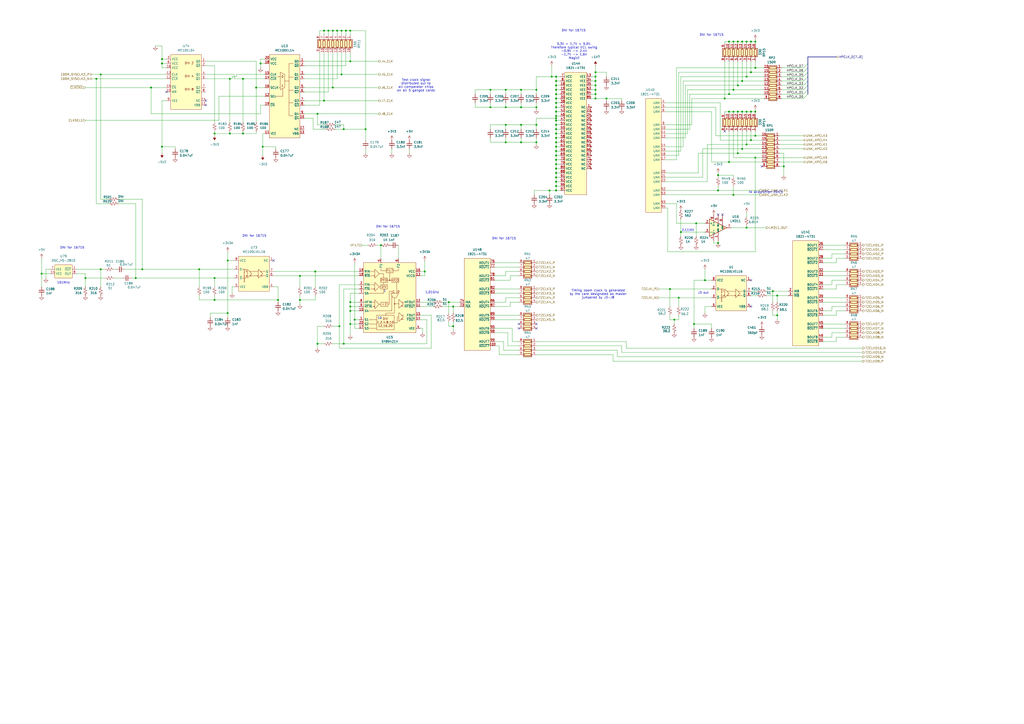
<source format=kicad_sch>
(kicad_sch (version 20250114) (generator "eeschema") (generator_version "9.0")
  (paper "A2")
  (text "DNI for 16715" (at 147.574 136.906 0) (effects (font (size 1.27 1.27))))
  (text "Test clock signal\ndistributed out to\nall comparator chips\non all 5 ganged cards" (at 241.3 49.53 0) (effects (font (size 1.27 1.27))))
  (text "DNI for 16715" (at 332.74 17.78 0) (effects (font (size 1.27 1.27))))
  (text "DNI for 16715" (at 225.044 131.572 0) (effects (font (size 1.27 1.27))))
  (text "DNI for 16715" (at 292.354 138.43 0) (effects (font (size 1.27 1.27))))
  (text "1.01GHz" (at 250.698 169.672 0) (effects (font (size 1.27 1.27))))
  (text "10" (at 220.218 184.658 0) (effects (font (size 1.27 1.27))))
  (text "2.11Vth" (at 399.034 133.604 0) (effects (font (size 1.27 1.27))))
  (text "3.3V + 1.7V = 5.0V.\nTherefore typical ECL swing\n-0.9V -> 2.4V\n-1.7V -> 1.6V\nMagic!" (at 332.994 29.718 0) (effects (font (size 1.27 1.27))))
  (text "to acquisition ASICS" (at 444.246 111.506 0) (effects (font (size 1.27 1.27))))
  (text "Timing zoom clock is generated\nby the card designated as master\njumpered by J3-J8" (at 346.964 170.688 0) (effects (font (size 1.27 1.27))))
  (text "J3 out" (at 407.924 169.926 0) (effects (font (size 1.27 1.27))))
  (text "101MHz" (at 36.83 164.084 0) (effects (font (size 1.27 1.27))))
  (text "DNI for 16715" (at 41.91 143.764 0) (effects (font (size 1.27 1.27))))
  (text "DNI for 16715" (at 412.75 20.32 0) (effects (font (size 1.27 1.27))))
  (text "1" (at 223.266 168.91 0) (effects (font (size 1.27 1.27))))
  (junction (at 260.35 175.26))
  (junction (at 55.88 45.72))
  (junction (at 438.15 64.77))
  (junction (at 448.31 168.91))
  (junction (at 438.15 91.44))
  (junction (at 199.39 74.93))
  (junction (at 311.15 82.55))
  (junction (at 322.58 68.58))
  (junction (at 311.15 62.23))
  (junction (at 322.58 67.31))
  (junction (at 322.58 69.85))
  (junction (at 173.99 160.02))
  (junction (at 433.07 44.45))
  (junction (at 433.07 64.77))
  (junction (at 438.15 78.74))
  (junction (at 425.45 52.07))
  (junction (at 322.58 62.23))
  (junction (at 205.74 185.42))
  (junction (at 262.89 177.8))
  (junction (at 454.66 96.52))
  (junction (at 433.07 83.82))
  (junction (at 425.45 113.03))
  (junction (at 311.15 52.07))
  (junction (at 450.85 182.88))
  (junction (at 198.12 43.18))
  (junction (at 193.04 50.8))
  (junction (at 422.91 54.61))
  (junction (at 322.58 95.25))
  (junction (at 203.2 175.26))
  (junction (at 427.99 24.13))
  (junction (at 196.85 189.23))
  (junction (at 430.53 46.99))
  (junction (at 427.99 88.9))
  (junction (at 311.15 72.39))
  (junction (at 284.48 62.23))
  (junction (at 195.58 17.78))
  (junction (at 293.37 72.39))
  (junction (at 49.53 161.29))
  (junction (at 322.58 64.77))
  (junction (at 203.2 187.96))
  (junction (at 322.58 77.47))
  (junction (at 200.66 17.78))
  (junction (at 427.99 64.77))
  (junction (at 187.96 17.78))
  (junction (at 198.12 17.78))
  (junction (at 184.15 66.04))
  (junction (at 425.45 24.13))
  (junction (at 161.29 173.99))
  (junction (at 322.58 105.41))
  (junction (at 133.35 77.47))
  (junction (at 203.2 17.78))
  (junction (at 199.39 199.39))
  (junction (at 293.37 52.07))
  (junction (at 430.53 24.13))
  (junction (at 322.58 52.07))
  (junction (at 435.61 81.28))
  (junction (at 220.98 142.24))
  (junction (at 345.44 57.15))
  (junction (at 322.58 74.93))
  (junction (at 322.58 57.15))
  (junction (at 391.16 185.42))
  (junction (at 124.46 173.99))
  (junction (at 173.99 173.99))
  (junction (at 416.56 101.6))
  (junction (at 203.2 180.34))
  (junction (at 115.57 156.21))
  (junction (at 402.59 187.96))
  (junction (at 420.37 57.15))
  (junction (at 93.98 36.83))
  (junction (at 212.09 74.93))
  (junction (at 203.2 35.56))
  (junction (at 394.97 134.62))
  (junction (at 435.61 64.77))
  (junction (at 416.56 110.49))
  (junction (at 345.44 52.07))
  (junction (at 320.04 44.45))
  (junction (at 322.58 102.87))
  (junction (at 193.04 17.78))
  (junction (at 322.58 80.01))
  (junction (at 433.07 24.13))
  (junction (at 293.37 62.23))
  (junction (at 302.26 52.07))
  (junction (at 345.44 46.99))
  (junction (at 133.35 45.72))
  (junction (at 262.89 189.23))
  (junction (at 82.55 156.21))
  (junction (at 246.38 157.48))
  (junction (at 187.96 58.42))
  (junction (at 430.53 64.77))
  (junction (at 322.58 54.61))
  (junction (at 322.58 46.99))
  (junction (at 430.53 86.36))
  (junction (at 435.61 41.91))
  (junction (at 322.58 92.71))
  (junction (at 322.58 97.79))
  (junction (at 151.13 36.83))
  (junction (at 87.63 50.8))
  (junction (at 322.58 110.49))
  (junction (at 93.98 34.29))
  (junction (at 132.08 181.61))
  (junction (at 284.48 52.07))
  (junction (at 345.44 41.91))
  (junction (at 322.58 85.09))
  (junction (at 322.58 87.63))
  (junction (at 124.46 77.47))
  (junction (at 433.07 132.08))
  (junction (at 140.97 77.47))
  (junction (at 345.44 54.61))
  (junction (at 203.2 177.8))
  (junction (at 184.15 199.39))
  (junction (at 58.42 156.21))
  (junction (at 351.79 57.15))
  (junction (at 322.58 49.53))
  (junction (at 435.61 24.13))
  (junction (at 182.88 157.48))
  (junction (at 322.58 82.55))
  (junction (at 190.5 17.78))
  (junction (at 124.46 161.29))
  (junction (at 408.94 162.56))
  (junction (at 148.59 50.8))
  (junction (at 24.13 158.75))
  (junction (at 293.37 82.55))
  (junction (at 345.44 49.53))
  (junction (at 302.26 72.39))
  (junction (at 425.45 64.77))
  (junction (at 322.58 44.45))
  (junction (at 140.97 45.72))
  (junction (at 422.91 24.13))
  (junction (at 302.26 82.55))
  (junction (at 422.91 93.98))
  (junction (at 322.58 72.39))
  (junction (at 438.15 24.13))
  (junction (at 152.4 85.09))
  (junction (at 302.26 62.23))
  (junction (at 450.85 171.45))
  (junction (at 438.15 39.37))
  (junction (at 58.42 43.18))
  (junction (at 322.58 107.95))
  (junction (at 388.62 167.64))
  (junction (at 78.74 161.29))
  (junction (at 403.86 129.54))
  (junction (at 393.7 172.72))
  (junction (at 322.58 59.69))
  (junction (at 322.58 100.33))
  (junction (at 427.99 49.53))
  (junction (at 422.91 64.77))
  (junction (at 318.77 110.49))
  (junction (at 345.44 44.45))
  (junction (at 322.58 90.17))
  (junction (at 132.08 151.13))
  (junction (at 93.98 85.09))
  (junction (at 416.56 140.97))
  (no_connect (at 119.38 60.96))
  (no_connect (at 311.15 190.5))
  (no_connect (at 420.37 76.2))
  (no_connect (at 300.99 187.96))
  (no_connect (at 300.99 190.5))
  (no_connect (at 435.61 177.8))
  (no_connect (at 158.75 151.13))
  (no_connect (at 435.61 162.56))
  (no_connect (at 441.96 96.52))
  (no_connect (at 311.15 187.96))
  (no_connect (at 96.52 53.34))
  (no_connect (at 419.1 124.46))
  (no_connect (at 416.56 124.46))
  (no_connect (at 119.38 58.42))
  (bus_entry (at 466.09 41.91) (size 2.54 -2.54))
  (bus_entry (at 466.09 46.99) (size 2.54 -2.54))
  (bus_entry (at 466.09 39.37) (size 2.54 -2.54))
  (bus_entry (at 466.09 54.61) (size 2.54 -2.54))
  (bus_entry (at 466.09 57.15) (size 2.54 -2.54))
  (bus_entry (at 466.09 44.45) (size 2.54 -2.54))
  (bus_entry (at 466.09 52.07) (size 2.54 -2.54))
  (bus_entry (at 466.09 49.53) (size 2.54 -2.54))
  (wire (pts (xy 184.15 199.39) (xy 184.15 201.93)))
  (wire (pts (xy 184.15 189.23) (xy 184.15 199.39)))
  (wire (pts (xy 311.15 72.39) (xy 311.15 68.58)))
  (wire (pts (xy 477.52 167.64) (xy 485.14 167.64)))
  (wire (pts (xy 193.04 30.48) (xy 193.04 50.8)))
  (wire (pts (xy 49.53 50.8) (xy 87.63 50.8)))
  (wire (pts (xy 388.62 182.88) (xy 388.62 185.42)))
  (wire (pts (xy 322.58 82.55) (xy 322.58 85.09)))
  (wire (pts (xy 322.58 85.09) (xy 322.58 87.63)))
  (wire (pts (xy 435.61 171.45) (xy 439.42 171.45)))
  (wire (pts (xy 482.6 147.32) (xy 490.22 147.32)))
  (wire (pts (xy 140.97 76.2) (xy 140.97 77.47)))
  (wire (pts (xy 477.52 195.58) (xy 482.6 195.58)))
  (wire (pts (xy 450.85 182.88) (xy 450.85 185.42)))
  (wire (pts (xy 187.96 30.48) (xy 187.96 58.42)))
  (wire (pts (xy 322.58 90.17) (xy 325.12 90.17)))
  (wire (pts (xy 287.02 170.18) (xy 300.99 170.18)))
  (wire (pts (xy 345.44 41.91) (xy 345.44 44.45)))
  (wire (pts (xy 485.14 152.4) (xy 485.14 149.86)))
  (wire (pts (xy 402.59 190.5) (xy 402.59 187.96)))
  (wire (pts (xy 448.31 182.88) (xy 448.31 180.34)))
  (wire (pts (xy 342.9 57.15) (xy 345.44 57.15)))
  (wire (pts (xy 293.37 157.48) (xy 300.99 157.48)))
  (wire (pts (xy 482.6 177.8) (xy 490.22 177.8)))
  (wire (pts (xy 382.27 167.64) (xy 388.62 167.64)))
  (wire (pts (xy 388.62 167.64) (xy 412.75 167.64)))
  (wire (pts (xy 322.58 52.07) (xy 322.58 54.61)))
  (wire (pts (xy 184.15 66.04) (xy 219.71 66.04)))
  (wire (pts (xy 287.02 154.94) (xy 300.99 154.94)))
  (wire (pts (xy 181.61 74.93) (xy 181.61 68.58)))
  (wire (pts (xy 450.85 182.88) (xy 448.31 182.88)))
  (wire (pts (xy 311.15 62.23) (xy 311.15 59.69)))
  (wire (pts (xy 287.02 162.56) (xy 295.91 162.56)))
  (wire (pts (xy 72.39 156.21) (xy 82.55 156.21)))
  (wire (pts (xy 425.45 24.13) (xy 425.45 25.4)))
  (wire (pts (xy 408.94 156.21) (xy 408.94 162.56)))
  (wire (pts (xy 260.35 175.26) (xy 266.7 175.26)))
  (wire (pts (xy 24.13 149.86) (xy 24.13 158.75)))
  (wire (pts (xy 193.04 17.78) (xy 193.04 20.32)))
  (wire (pts (xy 427.99 76.2) (xy 427.99 88.9)))
  (wire (pts (xy 152.4 85.09) (xy 160.02 85.09)))
  (wire (pts (xy 435.61 64.77) (xy 435.61 66.04)))
  (wire (pts (xy 53.34 45.72) (xy 55.88 45.72)))
  (wire (pts (xy 452.12 78.74) (xy 466.09 78.74)))
  (wire (pts (xy 302.26 52.07) (xy 302.26 54.61)))
  (wire (pts (xy 87.63 50.8) (xy 87.63 66.04)))
  (wire (pts (xy 173.99 166.37) (xy 173.99 160.02)))
  (wire (pts (xy 53.34 43.18) (xy 58.42 43.18)))
  (wire (pts (xy 358.14 207.01) (xy 500.38 207.01)))
  (wire (pts (xy 294.64 200.66) (xy 300.99 200.66)))
  (wire (pts (xy 140.97 77.47) (xy 148.59 77.47)))
  (wire (pts (xy 427.99 24.13) (xy 427.99 25.4)))
  (wire (pts (xy 435.61 41.91) (xy 443.23 41.91)))
  (wire (pts (xy 454.66 96.52) (xy 454.66 101.6)))
  (wire (pts (xy 425.45 76.2) (xy 425.45 91.44)))
  (wire (pts (xy 360.68 58.42) (xy 360.68 57.15)))
  (wire (pts (xy 438.15 91.44) (xy 438.15 146.05)))
  (wire (pts (xy 393.7 185.42) (xy 393.7 182.88)))
  (wire (pts (xy 322.58 87.63) (xy 325.12 87.63)))
  (wire (pts (xy 342.9 46.99) (xy 345.44 46.99)))
  (wire (pts (xy 430.53 64.77) (xy 430.53 66.04)))
  (wire (pts (xy 386.08 90.17) (xy 393.7 90.17)))
  (wire (pts (xy 322.58 95.25) (xy 322.58 97.79)))
  (wire (pts (xy 209.55 142.24) (xy 213.36 142.24)))
  (wire (pts (xy 401.32 57.15) (xy 420.37 57.15)))
  (wire (pts (xy 311.15 82.55) (xy 311.15 80.01)))
  (wire (pts (xy 212.09 17.78) (xy 212.09 74.93)))
  (wire (pts (xy 322.58 80.01) (xy 325.12 80.01)))
  (wire (pts (xy 416.56 101.6) (xy 416.56 102.87)))
  (wire (pts (xy 182.88 157.48) (xy 182.88 166.37)))
  (wire (pts (xy 293.37 172.72) (xy 300.99 172.72)))
  (wire (pts (xy 93.98 39.37) (xy 93.98 36.83)))
  (wire (pts (xy 311.15 72.39) (xy 311.15 74.93)))
  (wire (pts (xy 360.68 200.66) (xy 360.68 204.47)))
  (wire (pts (xy 394.97 137.16) (xy 394.97 134.62)))
  (wire (pts (xy 387.35 146.05) (xy 438.15 146.05)))
  (wire (pts (xy 433.07 132.08) (xy 433.07 130.81)))
  (wire (pts (xy 325.12 105.41) (xy 322.58 105.41)))
  (wire (pts (xy 284.48 52.07) (xy 293.37 52.07)))
  (wire (pts (xy 115.57 173.99) (xy 124.46 173.99)))
  (wire (pts (xy 199.39 167.64) (xy 199.39 199.39)))
  (wire (pts (xy 400.05 54.61) (xy 422.91 54.61)))
  (wire (pts (xy 322.58 102.87) (xy 325.12 102.87)))
  (wire (pts (xy 176.53 35.56) (xy 203.2 35.56)))
  (wire (pts (xy 297.18 190.5) (xy 297.18 198.12)))
  (wire (pts (xy 82.55 115.57) (xy 82.55 156.21)))
  (wire (pts (xy 148.59 50.8) (xy 148.59 71.12)))
  (wire (pts (xy 237.49 88.9) (xy 237.49 86.36)))
  (wire (pts (xy 322.58 57.15) (xy 322.58 59.69)))
  (wire (pts (xy 322.58 77.47) (xy 325.12 77.47)))
  (wire (pts (xy 322.58 110.49) (xy 322.58 107.95)))
  (wire (pts (xy 398.78 77.47) (xy 398.78 52.07)))
  (wire (pts (xy 433.07 44.45) (xy 443.23 44.45)))
  (wire (pts (xy 292.1 203.2) (xy 300.99 203.2)))
  (wire (pts (xy 119.38 45.72) (xy 133.35 45.72)))
  (wire (pts (xy 322.58 80.01) (xy 322.58 82.55)))
  (wire (pts (xy 382.27 172.72) (xy 393.7 172.72)))
  (wire (pts (xy 293.37 72.39) (xy 293.37 74.93)))
  (wire (pts (xy 322.58 110.49) (xy 325.12 110.49)))
  (wire (pts (xy 63.5 115.57) (xy 58.42 115.57)))
  (wire (pts (xy 414.02 139.7) (xy 414.02 140.97)))
  (wire (pts (xy 133.35 76.2) (xy 133.35 77.47)))
  (wire (pts (xy 386.08 110.49) (xy 416.56 110.49)))
  (wire (pts (xy 322.58 46.99) (xy 322.58 49.53)))
  (wire (pts (xy 427.99 64.77) (xy 427.99 66.04)))
  (wire (pts (xy 427.99 24.13) (xy 430.53 24.13)))
  (wire (pts (xy 415.29 78.74) (xy 438.15 78.74)))
  (wire (pts (xy 322.58 90.17) (xy 322.58 92.71)))
  (wire (pts (xy 477.52 180.34) (xy 482.6 180.34)))
  (wire (pts (xy 477.52 187.96) (xy 490.22 187.96)))
  (wire (pts (xy 161.29 166.37) (xy 158.75 166.37)))
  (wire (pts (xy 433.07 76.2) (xy 433.07 83.82)))
  (wire (pts (xy 137.16 44.45) (xy 137.16 43.18)))
  (wire (pts (xy 87.63 50.8) (xy 96.52 50.8)))
  (wire (pts (xy 195.58 45.72) (xy 176.53 45.72)))
  (wire (pts (xy 396.24 85.09) (xy 396.24 46.99)))
  (wire (pts (xy 184.15 72.39) (xy 189.23 72.39)))
  (wire (pts (xy 452.12 81.28) (xy 466.09 81.28)))
  (wire (pts (xy 173.99 160.02) (xy 158.75 160.02)))
  (wire (pts (xy 322.58 59.69) (xy 325.12 59.69)))
  (wire (pts (xy 220.98 142.24) (xy 220.98 149.86)))
  (wire (pts (xy 148.59 76.2) (xy 148.59 77.47)))
  (bus (pts (xy 468.63 41.91) (xy 468.63 39.37)))
  (bus (pts (xy 468.63 54.61) (xy 468.63 52.07)))
  (wire (pts (xy 322.58 67.31) (xy 325.12 67.31)))
  (wire (pts (xy 407.67 102.87) (xy 407.67 86.36)))
  (wire (pts (xy 208.28 170.18) (xy 203.2 170.18)))
  (wire (pts (xy 438.15 76.2) (xy 438.15 78.74)))
  (wire (pts (xy 342.9 49.53) (xy 345.44 49.53)))
  (wire (pts (xy 401.32 72.39) (xy 401.32 57.15)))
  (wire (pts (xy 392.43 118.11) (xy 392.43 129.54)))
  (wire (pts (xy 203.2 35.56) (xy 203.2 30.48)))
  (wire (pts (xy 441.96 93.98) (xy 422.91 93.98)))
  (wire (pts (xy 184.15 199.39) (xy 187.96 199.39)))
  (wire (pts (xy 55.88 118.11) (xy 55.88 45.72)))
  (wire (pts (xy 284.48 82.55) (xy 293.37 82.55)))
  (wire (pts (xy 417.83 59.69) (xy 417.83 81.28)))
  (wire (pts (xy 322.58 64.77) (xy 322.58 67.31)))
  (wire (pts (xy 187.96 17.78) (xy 190.5 17.78)))
  (wire (pts (xy 415.29 62.23) (xy 415.29 78.74)))
  (wire (pts (xy 275.59 62.23) (xy 275.59 59.69)))
  (wire (pts (xy 203.2 175.26) (xy 208.28 175.26)))
  (wire (pts (xy 386.08 105.41) (xy 410.21 105.41)))
  (wire (pts (xy 173.99 173.99) (xy 173.99 176.53)))
  (wire (pts (xy 152.4 90.17) (xy 152.4 85.09)))
  (wire (pts (xy 422.91 54.61) (xy 443.23 54.61)))
  (wire (pts (xy 49.53 166.37) (xy 49.53 161.29)))
  (wire (pts (xy 322.58 44.45) (xy 322.58 46.99)))
  (wire (pts (xy 358.14 203.2) (xy 358.14 207.01)))
  (wire (pts (xy 262.89 189.23) (xy 262.89 191.77)))
  (wire (pts (xy 24.13 158.75) (xy 24.13 166.37)))
  (wire (pts (xy 397.51 49.53) (xy 397.51 80.01)))
  (wire (pts (xy 450.85 171.45) (xy 457.2 171.45)))
  (wire (pts (xy 124.46 38.1) (xy 124.46 71.12)))
  (wire (pts (xy 398.78 52.07) (xy 425.45 52.07)))
  (wire (pts (xy 134.62 166.37) (xy 135.89 166.37)))
  (wire (pts (xy 322.58 72.39) (xy 322.58 74.93)))
  (wire (pts (xy 322.58 74.93) (xy 322.58 77.47)))
  (wire (pts (xy 284.48 52.07) (xy 284.48 54.61)))
  (wire (pts (xy 345.44 38.1) (xy 345.44 41.91)))
  (wire (pts (xy 82.55 156.21) (xy 115.57 156.21)))
  (wire (pts (xy 184.15 72.39) (xy 184.15 66.04)))
  (wire (pts (xy 185.42 17.78) (xy 187.96 17.78)))
  (wire (pts (xy 477.52 157.48) (xy 490.22 157.48)))
  (wire (pts (xy 218.44 142.24) (xy 220.98 142.24)))
  (wire (pts (xy 58.42 115.57) (xy 58.42 43.18)))
  (wire (pts (xy 477.52 144.78) (xy 490.22 144.78)))
  (wire (pts (xy 351.79 44.45) (xy 351.79 41.91)))
  (wire (pts (xy 295.91 175.26) (xy 300.99 175.26)))
  (wire (pts (xy 309.88 110.49) (xy 318.77 110.49)))
  (wire (pts (xy 322.58 82.55) (xy 325.12 82.55)))
  (wire (pts (xy 363.22 201.93) (xy 500.38 201.93)))
  (wire (pts (xy 408.94 129.54) (xy 403.86 129.54)))
  (wire (pts (xy 420.37 64.77) (xy 422.91 64.77)))
  (wire (pts (xy 482.6 195.58) (xy 482.6 193.04)))
  (wire (pts (xy 433.07 64.77) (xy 433.07 66.04)))
  (wire (pts (xy 422.91 64.77) (xy 425.45 64.77)))
  (wire (pts (xy 311.15 62.23) (xy 311.15 63.5)))
  (wire (pts (xy 388.62 185.42) (xy 391.16 185.42)))
  (wire (pts (xy 438.15 91.44) (xy 441.96 91.44)))
  (wire (pts (xy 293.37 82.55) (xy 293.37 80.01)))
  (wire (pts (xy 133.35 45.72) (xy 133.35 71.12)))
  (wire (pts (xy 293.37 52.07) (xy 293.37 54.61)))
  (wire (pts (xy 403.86 129.54) (xy 403.86 137.16)))
  (wire (pts (xy 322.58 107.95) (xy 325.12 107.95)))
  (wire (pts (xy 135.89 45.72) (xy 140.97 45.72)))
  (wire (pts (xy 173.99 173.99) (xy 182.88 173.99)))
  (wire (pts (xy 322.58 57.15) (xy 325.12 57.15)))
  (wire (pts (xy 448.31 168.91) (xy 457.2 168.91)))
  (wire (pts (xy 322.58 68.58) (xy 322.58 69.85)))
  (wire (pts (xy 193.04 50.8) (xy 219.71 50.8)))
  (wire (pts (xy 289.56 205.74) (xy 300.99 205.74)))
  (wire (pts (xy 124.46 161.29) (xy 135.89 161.29)))
  (wire (pts (xy 435.61 24.13) (xy 438.15 24.13)))
  (wire (pts (xy 438.15 22.86) (xy 438.15 24.13)))
  (wire (pts (xy 438.15 78.74) (xy 441.96 78.74)))
  (wire (pts (xy 243.84 190.5) (xy 245.11 190.5)))
  (wire (pts (xy 417.83 81.28) (xy 435.61 81.28)))
  (wire (pts (xy 342.9 44.45) (xy 345.44 44.45)))
  (wire (pts (xy 453.39 49.53) (xy 466.09 49.53)))
  (wire (pts (xy 132.08 151.13) (xy 135.89 151.13)))
  (wire (pts (xy 194.31 72.39) (xy 199.39 72.39)))
  (wire (pts (xy 297.18 198.12) (xy 300.99 198.12)))
  (wire (pts (xy 246.38 151.13) (xy 246.38 157.48)))
  (wire (pts (xy 435.61 35.56) (xy 435.61 41.91)))
  (wire (pts (xy 151.13 36.83) (xy 151.13 39.37)))
  (wire (pts (xy 302.26 72.39) (xy 311.15 72.39)))
  (wire (pts (xy 49.53 161.29) (xy 60.96 161.29)))
  (wire (pts (xy 420.37 57.15) (xy 443.23 57.15)))
  (wire (pts (xy 420.37 35.56) (xy 420.37 57.15)))
  (wire (pts (xy 311.15 44.45) (xy 320.04 44.45)))
  (wire (pts (xy 90.17 26.67) (xy 93.98 26.67)))
  (wire (pts (xy 187.96 17.78) (xy 187.96 20.32)))
  (bus (pts (xy 468.63 44.45) (xy 468.63 41.91)))
  (wire (pts (xy 405.13 88.9) (xy 427.99 88.9)))
  (wire (pts (xy 287.02 193.04) (xy 294.64 193.04)))
  (wire (pts (xy 198.12 17.78) (xy 198.12 20.32)))
  (wire (pts (xy 322.58 77.47) (xy 322.58 80.01)))
  (wire (pts (xy 391.16 185.42) (xy 393.7 185.42)))
  (wire (pts (xy 355.6 205.74) (xy 311.15 205.74)))
  (wire (pts (xy 208.28 165.1) (xy 196.85 165.1)))
  (wire (pts (xy 195.58 17.78) (xy 195.58 20.32)))
  (wire (pts (xy 320.04 38.1) (xy 320.04 44.45)))
  (wire (pts (xy 322.58 62.23) (xy 322.58 64.77)))
  (wire (pts (xy 438.15 35.56) (xy 438.15 39.37)))
  (wire (pts (xy 386.08 120.65) (xy 387.35 120.65)))
  (wire (pts (xy 151.13 34.29) (xy 151.13 36.83)))
  (wire (pts (xy 485.14 182.88) (xy 485.14 180.34)))
  (wire (pts (xy 193.04 17.78) (xy 195.58 17.78)))
  (wire (pts (xy 275.59 52.07) (xy 284.48 52.07)))
  (wire (pts (xy 93.98 34.29) (xy 96.52 34.29)))
  (wire (pts (xy 386.08 87.63) (xy 394.97 87.63)))
  (wire (pts (xy 477.52 142.24) (xy 490.22 142.24)))
  (wire (pts (xy 26.67 156.21) (xy 26.67 161.29)))
  (wire (pts (xy 452.12 88.9) (xy 454.66 88.9)))
  (wire (pts (xy 500.38 209.55) (xy 355.6 209.55)))
  (wire (pts (xy 181.61 74.93) (xy 189.23 74.93)))
  (wire (pts (xy 412.75 187.96) (xy 402.59 187.96)))
  (wire (pts (xy 311.15 52.07) (xy 311.15 54.61)))
  (wire (pts (xy 78.74 118.11) (xy 78.74 161.29)))
  (bus (pts (xy 468.63 49.53) (xy 468.63 46.99)))
  (wire (pts (xy 260.35 175.26) (xy 260.35 181.61)))
  (wire (pts (xy 292.1 198.12) (xy 292.1 203.2)))
  (wire (pts (xy 322.58 74.93) (xy 325.12 74.93)))
  (wire (pts (xy 302.26 82.55) (xy 311.15 82.55)))
  (wire (pts (xy 152.4 77.47) (xy 153.67 77.47)))
  (wire (pts (xy 287.02 190.5) (xy 297.18 190.5)))
  (wire (pts (xy 212.09 88.9) (xy 212.09 86.36)))
  (wire (pts (xy 161.29 173.99) (xy 161.29 166.37)))
  (wire (pts (xy 482.6 180.34) (xy 482.6 177.8)))
  (wire (pts (xy 151.13 66.04) (xy 151.13 60.96)))
  (wire (pts (xy 293.37 82.55) (xy 302.26 82.55)))
  (wire (pts (xy 311.15 203.2) (xy 358.14 203.2)))
  (wire (pts (xy 322.58 44.45) (xy 325.12 44.45)))
  (wire (pts (xy 485.14 165.1) (xy 490.22 165.1)))
  (wire (pts (xy 410.21 83.82) (xy 433.07 83.82)))
  (wire (pts (xy 430.53 35.56) (xy 430.53 46.99)))
  (wire (pts (xy 176.53 43.18) (xy 198.12 43.18)))
  (wire (pts (xy 386.08 118.11) (xy 392.43 118.11)))
  (wire (pts (xy 293.37 62.23) (xy 293.37 59.69)))
  (wire (pts (xy 246.38 160.02) (xy 246.38 157.48)))
  (wire (pts (xy 388.62 167.64) (xy 388.62 177.8)))
  (wire (pts (xy 133.35 45.72) (xy 134.62 45.72)))
  (wire (pts (xy 176.53 38.1) (xy 200.66 38.1)))
  (wire (pts (xy 342.9 54.61) (xy 345.44 54.61)))
  (wire (pts (xy 424.18 132.08) (xy 433.07 132.08)))
  (wire (pts (xy 386.08 72.39) (xy 401.32 72.39)))
  (wire (pts (xy 416.56 101.6) (xy 425.45 101.6)))
  (wire (pts (xy 287.02 198.12) (xy 292.1 198.12)))
  (wire (pts (xy 363.22 198.12) (xy 363.22 201.93)))
  (wire (pts (xy 311.15 82.55) (xy 311.15 83.82)))
  (wire (pts (xy 435.61 81.28) (xy 441.96 81.28)))
  (wire (pts (xy 322.58 97.79) (xy 325.12 97.79)))
  (wire (pts (xy 452.12 83.82) (xy 466.09 83.82)))
  (wire (pts (xy 284.48 72.39) (xy 284.48 74.93)))
  (wire (pts (xy 203.2 170.18) (xy 203.2 175.26)))
  (wire (pts (xy 322.58 49.53) (xy 325.12 49.53)))
  (wire (pts (xy 425.45 107.95) (xy 425.45 113.03)))
  (wire (pts (xy 134.62 44.45) (xy 137.16 44.45)))
  (wire (pts (xy 187.96 189.23) (xy 184.15 189.23)))
  (wire (pts (xy 243.84 157.48) (xy 246.38 157.48)))
  (wire (pts (xy 287.02 200.66) (xy 289.56 200.66)))
  (wire (pts (xy 322.58 95.25) (xy 325.12 95.25)))
  (wire (pts (xy 450.85 180.34) (xy 450.85 182.88)))
  (wire (pts (xy 477.52 165.1) (xy 482.6 165.1)))
  (wire (pts (xy 151.13 36.83) (xy 153.67 36.83)))
  (wire (pts (xy 452.12 96.52) (xy 454.66 96.52)))
  (wire (pts (xy 198.12 17.78) (xy 200.66 17.78)))
  (wire (pts (xy 351.79 57.15) (xy 360.68 57.15)))
  (wire (pts (xy 425.45 91.44) (xy 438.15 91.44)))
  (wire (pts (xy 153.67 50.8) (xy 148.59 50.8)))
  (wire (pts (xy 355.6 209.55) (xy 355.6 205.74)))
  (wire (pts (xy 173.99 160.02) (xy 208.28 160.02)))
  (wire (pts (xy 193.04 50.8) (xy 176.53 50.8)))
  (wire (pts (xy 262.89 177.8) (xy 266.7 177.8)))
  (wire (pts (xy 293.37 175.26) (xy 293.37 172.72)))
  (wire (pts (xy 322.58 92.71) (xy 325.12 92.71)))
  (wire (pts (xy 322.58 92.71) (xy 322.58 95.25)))
  (wire (pts (xy 438.15 63.5) (xy 438.15 64.77)))
  (wire (pts (xy 386.08 74.93) (xy 400.05 74.93)))
  (wire (pts (xy 196.85 189.23) (xy 196.85 201.93)))
  (wire (pts (xy 295.91 177.8) (xy 295.91 175.26)))
  (wire (pts (xy 93.98 58.42) (xy 96.52 58.42)))
  (wire (pts (xy 412.75 93.98) (xy 412.75 64.77)))
  (wire (pts (xy 425.45 64.77) (xy 427.99 64.77)))
  (wire (pts (xy 124.46 173.99) (xy 124.46 171.45)))
  (wire (pts (xy 302.26 62.23) (xy 302.26 59.69)))
  (wire (pts (xy 454.66 88.9) (xy 454.66 96.52)))
  (wire (pts (xy 405.13 100.33) (xy 405.13 88.9)))
  (wire (pts (xy 119.38 35.56) (xy 148.59 35.56)))
  (wire (pts (xy 200.66 17.78) (xy 200.66 20.32)))
  (wire (pts (xy 453.39 57.15) (xy 466.09 57.15)))
  (wire (pts (xy 153.67 55.88) (xy 127 55.88)))
  (wire (pts (xy 322.58 85.09) (xy 325.12 85.09)))
  (wire (pts (xy 407.67 86.36) (xy 430.53 86.36)))
  (wire (pts (xy 287.02 182.88) (xy 300.99 182.88)))
  (wire (pts (xy 135.89 43.18) (xy 119.38 43.18)))
  (wire (pts (xy 322.58 52.07) (xy 325.12 52.07)))
  (wire (pts (xy 247.65 199.39) (xy 247.65 185.42)))
  (wire (pts (xy 391.16 185.42) (xy 391.16 187.96)))
  (wire (pts (xy 427.99 64.77) (xy 430.53 64.77)))
  (wire (pts (xy 124.46 173.99) (xy 161.29 173.99)))
  (wire (pts (xy 262.89 177.8) (xy 262.89 181.61)))
  (wire (pts (xy 58.42 43.18) (xy 96.52 43.18)))
  (wire (pts (xy 393.7 172.72) (xy 393.7 177.8)))
  (wire (pts (xy 345.44 46.99) (xy 345.44 49.53)))
  (wire (pts (xy 322.58 64.77) (xy 325.12 64.77)))
  (wire (pts (xy 101.6 86.36) (xy 101.6 85.09)))
  (wire (pts (xy 256.54 175.26) (xy 260.35 175.26)))
  (wire (pts (xy 287.02 152.4) (xy 300.99 152.4)))
  (wire (pts (xy 386.08 92.71) (xy 392.43 92.71)))
  (wire (pts (xy 425.45 64.77) (xy 425.45 66.04)))
  (wire (pts (xy 392.43 39.37) (xy 438.15 39.37)))
  (wire (pts (xy 453.39 39.37) (xy 466.09 39.37)))
  (wire (pts (xy 29.21 156.21) (xy 26.67 156.21)))
  (wire (pts (xy 49.53 158.75) (xy 49.53 161.29)))
  (wire (pts (xy 345.44 54.61) (xy 345.44 57.15)))
  (wire (pts (xy 438.15 39.37) (xy 443.23 39.37)))
  (wire (pts (xy 322.58 105.41) (xy 322.58 102.87)))
  (wire (pts (xy 284.48 82.55) (xy 284.48 80.01)))
  (wire (pts (xy 68.58 115.57) (xy 82.55 115.57)))
  (wire (pts (xy 134.62 170.18) (xy 134.62 166.37)))
  (wire (pts (xy 482.6 162.56) (xy 490.22 162.56)))
  (wire (pts (xy 322.58 87.63) (xy 322.58 90.17)))
  (wire (pts (xy 394.97 127) (xy 394.97 134.62)))
  (wire (pts (xy 66.04 161.29) (xy 71.12 161.29)))
  (wire (pts (xy 400.05 54.61) (xy 400.05 74.93)))
  (wire (pts (xy 422.91 24.13) (xy 425.45 24.13)))
  (wire (pts (xy 293.37 160.02) (xy 293.37 157.48)))
  (wire (pts (xy 386.08 100.33) (xy 405.13 100.33)))
  (wire (pts (xy 485.14 167.64) (xy 485.14 165.1)))
  (wire (pts (xy 433.07 24.13) (xy 433.07 25.4)))
  (wire (pts (xy 87.63 66.04) (xy 151.13 66.04)))
  (wire (pts (xy 412.75 64.77) (xy 386.08 64.77)))
  (wire (pts (xy 78.74 161.29) (xy 124.46 161.29)))
  (wire (pts (xy 477.52 190.5) (xy 490.22 190.5)))
  (wire (pts (xy 386.08 62.23) (xy 415.29 62.23)))
  (wire (pts (xy 416.56 107.95) (xy 416.56 110.49)))
  (wire (pts (xy 435.61 168.91) (xy 439.42 168.91)))
  (wire (pts (xy 203.2 35.56) (xy 219.71 35.56)))
  (wire (pts (xy 287.02 167.64) (xy 300.99 167.64)))
  (wire (pts (xy 485.14 195.58) (xy 490.22 195.58)))
  (wire (pts (xy 311.15 68.58) (xy 322.58 68.58)))
  (wire (pts (xy 185.42 17.78) (xy 185.42 20.32)))
  (wire (pts (xy 412.75 190.5) (xy 412.75 187.96)))
  (wire (pts (xy 190.5 30.48) (xy 190.5 53.34)))
  (wire (pts (xy 453.39 44.45) (xy 466.09 44.45)))
  (wire (pts (xy 243.84 175.26) (xy 251.46 175.26)))
  (wire (pts (xy 190.5 17.78) (xy 193.04 17.78)))
  (wire (pts (xy 345.44 49.53) (xy 345.44 52.07)))
  (wire (pts (xy 433.07 83.82) (xy 441.96 83.82)))
  (bus (pts (xy 468.63 33.02) (xy 485.14 33.02)))
  (wire (pts (xy 430.53 86.36) (xy 441.96 86.36)))
  (wire (pts (xy 205.74 190.5) (xy 205.74 185.42)))
  (wire (pts (xy 140.97 45.72) (xy 140.97 71.12)))
  (wire (pts (xy 121.92 181.61) (xy 132.08 181.61)))
  (wire (pts (xy 140.97 45.72) (xy 153.67 45.72)))
  (wire (pts (xy 152.4 85.09) (xy 152.4 77.47)))
  (wire (pts (xy 78.74 118.11) (xy 68.58 118.11)))
  (wire (pts (xy 198.12 43.18) (xy 219.71 43.18)))
  (wire (pts (xy 322.58 67.31) (xy 322.58 68.58)))
  (wire (pts (xy 351.79 57.15) (xy 345.44 57.15)))
  (wire (pts (xy 394.97 134.62) (xy 408.94 134.62)))
  (wire (pts (xy 199.39 72.39) (xy 199.39 74.93)))
  (wire (pts (xy 302.26 62.23) (xy 311.15 62.23)))
  (bus (pts (xy 468.63 52.07) (xy 468.63 49.53)))
  (wire (pts (xy 425.45 113.03) (xy 440.69 113.03)))
  (wire (pts (xy 302.26 82.55) (xy 302.26 80.01)))
  (wire (pts (xy 284.48 72.39) (xy 293.37 72.39)))
  (wire (pts (xy 293.37 52.07) (xy 302.26 52.07)))
  (wire (pts (xy 212.09 74.93) (xy 212.09 81.28)))
  (wire (pts (xy 477.52 175.26) (xy 490.22 175.26)))
  (wire (pts (xy 293.37 72.39) (xy 302.26 72.39)))
  (wire (pts (xy 115.57 166.37) (xy 115.57 156.21)))
  (wire (pts (xy 295.91 160.02) (xy 300.99 160.02)))
  (wire (pts (xy 452.12 91.44) (xy 466.09 91.44)))
  (wire (pts (xy 482.6 193.04) (xy 490.22 193.04)))
  (wire (pts (xy 250.19 201.93) (xy 250.19 182.88)))
  (wire (pts (xy 256.54 177.8) (xy 262.89 177.8)))
  (wire (pts (xy 260.35 189.23) (xy 260.35 186.69)))
  (wire (pts (xy 444.5 168.91) (xy 448.31 168.91)))
  (wire (pts (xy 55.88 45.72) (xy 96.52 45.72)))
  (wire (pts (xy 158.75 157.48) (xy 182.88 157.48)))
  (wire (pts (xy 247.65 185.42) (xy 243.84 185.42)))
  (wire (pts (xy 416.56 140.97) (xy 416.56 139.7)))
  (wire (pts (xy 190.5 17.78) (xy 190.5 20.32)))
  (wire (pts (xy 200.66 17.78) (xy 203.2 17.78)))
  (wire (pts (xy 402.59 162.56) (xy 402.59 187.96)))
  (wire (pts (xy 93.98 85.09) (xy 93.98 58.42)))
  (wire (pts (xy 425.45 102.87) (xy 425.45 101.6)))
  (wire (pts (xy 392.43 92.71) (xy 392.43 39.37)))
  (bus (pts (xy 468.63 46.99) (xy 468.63 44.45)))
  (wire (pts (xy 294.64 193.04) (xy 294.64 200.66)))
  (wire (pts (xy 416.56 100.33) (xy 416.56 101.6)))
  (wire (pts (xy 275.59 62.23) (xy 284.48 62.23)))
  (wire (pts (xy 477.52 182.88) (xy 485.14 182.88)))
  (wire (pts (xy 351.79 41.91) (xy 345.44 41.91)))
  (wire (pts (xy 448.31 168.91) (xy 448.31 175.26)))
  (wire (pts (xy 360.68 204.47) (xy 500.38 204.47)))
  (wire (pts (xy 148.59 50.8) (xy 148.59 35.56)))
  (wire (pts (xy 231.14 142.24) (xy 231.14 149.86)))
  (wire (pts (xy 430.53 46.99) (xy 443.23 46.99)))
  (wire (pts (xy 322.58 100.33) (xy 325.12 100.33)))
  (wire (pts (xy 425.45 52.07) (xy 443.23 52.07)))
  (wire (pts (xy 311.15 198.12) (xy 363.22 198.12)))
  (wire (pts (xy 433.07 35.56) (xy 433.07 44.45)))
  (wire (pts (xy 190.5 53.34) (xy 176.53 53.34)))
  (wire (pts (xy 63.5 118.11) (xy 55.88 118.11)))
  (wire (pts (xy 132.08 146.05) (xy 132.08 151.13)))
  (wire (pts (xy 295.91 162.56) (xy 295.91 160.02)))
  (wire (pts (xy 133.35 77.47) (xy 140.97 77.47)))
  (wire (pts (xy 302.26 72.39) (xy 302.26 74.93)))
  (wire (pts (xy 93.98 88.9) (xy 93.98 85.09)))
  (wire (pts (xy 394.97 87.63) (xy 394.97 44.45)))
  (wire (pts (xy 453.39 41.91) (xy 466.09 41.91)))
  (wire (pts (xy 408.94 162.56) (xy 412.75 162.56)))
  (wire (pts (xy 193.04 199.39) (xy 199.39 199.39)))
  (wire (pts (xy 199.39 199.39) (xy 247.65 199.39)))
  (wire (pts (xy 322.58 62.23) (xy 325.12 62.23)))
  (wire (pts (xy 386.08 59.69) (xy 417.83 59.69)))
  (wire (pts (xy 425.45 35.56) (xy 425.45 52.07)))
  (wire (pts (xy 392.43 129.54) (xy 403.86 129.54)))
  (wire (pts (xy 320.04 44.45) (xy 322.58 44.45)))
  (wire (pts (xy 195.58 17.78) (xy 198.12 17.78)))
  (wire (pts (xy 477.52 160.02) (xy 490.22 160.02)))
  (wire (pts (xy 393.7 172.72) (xy 412.75 172.72)))
  (wire (pts (xy 203.2 187.96) (xy 208.28 187.96)))
  (wire (pts (xy 227.33 88.9) (xy 227.33 86.36)))
  (wire (pts (xy 135.89 45.72) (xy 135.89 43.18)))
  (wire (pts (xy 318.77 110.49) (xy 322.58 110.49)))
  (wire (pts (xy 93.98 36.83) (xy 96.52 36.83)))
  (wire (pts (xy 311.15 52.07) (xy 311.15 44.45)))
  (wire (pts (xy 387.35 120.65) (xy 387.35 146.05)))
  (wire (pts (xy 49.53 158.75) (xy 44.45 158.75)))
  (wire (pts (xy 124.46 166.37) (xy 124.46 161.29)))
  (wire (pts (xy 322.58 54.61) (xy 322.58 57.15)))
  (wire (pts (xy 203.2 187.96) (xy 203.2 194.31)))
  (wire (pts (xy 287.02 175.26) (xy 293.37 175.26)))
  (wire (pts (xy 322.58 59.69) (xy 322.58 62.23)))
  (wire (pts (xy 284.48 62.23) (xy 293.37 62.23)))
  (wire (pts (xy 173.99 171.45) (xy 173.99 173.99)))
  (wire (pts (xy 196.85 165.1) (xy 196.85 189.23)))
  (wire (pts (xy 203.2 177.8) (xy 203.2 175.26)))
  (wire (pts (xy 433.07 64.77) (xy 435.61 64.77)))
  (wire (pts (xy 322.58 49.53) (xy 322.58 52.07)))
  (wire (pts (xy 430.53 64.77) (xy 433.07 64.77)))
  (wire (pts (xy 438.15 64.77) (xy 438.15 66.04)))
  (wire (pts (xy 187.96 58.42) (xy 219.71 58.42)))
  (wire (pts (xy 205.74 152.4) (xy 205.74 185.42)))
  (wire (pts (xy 195.58 30.48) (xy 195.58 45.72)))
  (wire (pts (xy 287.02 160.02) (xy 293.37 160.02)))
  (wire (pts (xy 433.07 24.13) (xy 435.61 24.13)))
  (wire (pts (xy 433.07 123.19) (xy 433.07 125.73)))
  (wire (pts (xy 121.92 184.15) (xy 121.92 181.61)))
  (wire (pts (xy 93.98 85.09) (xy 101.6 85.09)))
  (wire (pts (xy 351.79 58.42) (xy 351.79 57.15)))
  (wire (pts (xy 289.56 200.66) (xy 289.56 205.74)))
  (wire (pts (xy 453.39 46.99) (xy 466.09 46.99)))
  (wire (pts (xy 393.7 41.91) (xy 435.61 41.91)))
  (wire (pts (xy 250.19 182.88) (xy 243.84 182.88)))
  (wire (pts (xy 397.51 49.53) (xy 427.99 49.53)))
  (wire (pts (xy 212.09 17.78) (xy 203.2 17.78)))
  (wire (pts (xy 66.04 156.21) (xy 67.31 156.21)))
  (wire (pts (xy 322.58 107.95) (xy 322.58 105.41)))
  (wire (pts (xy 196.85 201.93) (xy 250.19 201.93)))
  (wire (pts (xy 287.02 185.42) (xy 300.99 185.42)))
  (wire (pts (xy 396.24 46.99) (xy 430.53 46.99)))
  (wire (pts (xy 485.14 198.12) (xy 485.14 195.58)))
  (wire (pts (xy 482.6 165.1) (xy 482.6 162.56)))
  (wire (pts (xy 410.21 105.41) (xy 410.21 83.82)))
  (wire (pts (xy 430.53 24.13) (xy 433.07 24.13)))
  (wire (pts (xy 243.84 177.8) (xy 251.46 177.8)))
  (wire (pts (xy 208.28 190.5) (xy 205.74 190.5)))
  (wire (pts (xy 422.91 76.2) (xy 422.91 93.98)))
  (wire (pts (xy 322.58 46.99) (xy 325.12 46.99)))
  (wire (pts (xy 127 55.88) (xy 127 69.85)))
  (wire (pts (xy 185.42 60.96) (xy 176.53 60.96)))
  (wire (pts (xy 322.58 72.39) (xy 325.12 72.39)))
  (wire (pts (xy 137.16 43.18) (xy 153.67 43.18)))
  (wire (pts (xy 345.44 52.07) (xy 345.44 54.61)))
  (wire (pts (xy 412.75 177.8) (xy 408.94 177.8)))
  (wire (pts (xy 160.02 86.36) (xy 160.02 85.09)))
  (wire (pts (xy 200.66 38.1) (xy 200.66 30.48)))
  (wire (pts (xy 453.39 52.07) (xy 466.09 52.07)))
  (wire (pts (xy 477.52 172.72) (xy 490.22 172.72)))
  (wire (pts (xy 93.98 34.29) (xy 93.98 26.67)))
  (wire (pts (xy 262.89 186.69) (xy 262.89 189.23)))
  (wire (pts (xy 93.98 36.83) (xy 93.98 34.29)))
  (wire (pts (xy 485.14 149.86) (xy 490.22 149.86)))
  (wire (pts (xy 184.15 66.04) (xy 176.53 66.04)))
  (wire (pts (xy 386.08 113.03) (xy 425.45 113.03)))
  (wire (pts (xy 386.08 77.47) (xy 398.78 77.47)))
  (wire (pts (xy 435.61 76.2) (xy 435.61 81.28)))
  (wire (pts (xy 208.28 185.42) (xy 205.74 185.42)))
  (wire (pts (xy 151.13 60.96) (xy 153.67 60.96)))
  (wire (pts (xy 416.56 110.49) (xy 440.69 110.49)))
  (wire (pts (xy 435.61 24.13) (xy 435.61 25.4)))
  (wire (pts (xy 49.53 69.85) (xy 127 69.85)))
  (wire (pts (xy 345.44 44.45) (xy 345.44 46.99)))
  (wire (pts (xy 422.91 35.56) (xy 422.91 54.61)))
  (wire (pts (xy 302.26 52.07) (xy 311.15 52.07)))
  (wire (pts (xy 477.52 152.4) (xy 485.14 152.4)))
  (wire (pts (xy 425.45 24.13) (xy 427.99 24.13)))
  (wire (pts (xy 422.91 93.98) (xy 412.75 93.98)))
  (wire (pts (xy 293.37 62.23) (xy 302.26 62.23)))
  (wire (pts (xy 132.08 151.13) (xy 132.08 181.61)))
  (wire (pts (xy 420.37 64.77) (xy 420.37 66.04)))
  (wire (pts (xy 243.84 160.02) (xy 246.38 160.02)))
  (wire (pts (xy 115.57 156.21) (xy 135.89 156.21)))
  (wire (pts (xy 182.88 173.99) (xy 182.88 171.45)))
  (wire (pts (xy 414.02 140.97) (xy 416.56 140.97)))
  (wire (pts (xy 181.61 68.58) (xy 176.53 68.58)))
  (wire (pts (xy 124.46 78.74) (xy 124.46 77.47)))
  (wire (pts (xy 422.91 64.77) (xy 422.91 66.04)))
  (wire (pts (xy 482.6 149.86) (xy 482.6 147.32)))
  (wire (pts (xy 322.58 54.61) (xy 325.12 54.61)))
  (wire (pts (xy 430.53 76.2) (xy 430.53 86.36)))
  (wire (pts (xy 450.85 171.45) (xy 450.85 175.26)))
  (wire (pts (xy 284.48 62.23) (xy 284.48 59.69)))
  (wire (pts (xy 182.88 157.48) (xy 208.28 157.48)))
  (wire (pts (xy 275.59 52.07) (xy 275.59 54.61)))
  (wire (pts (xy 342.9 52.07) (xy 345.44 52.07)))
  (wire (pts (xy 161.29 173.99) (xy 161.29 175.26)))
  (wire (pts (xy 203.2 180.34) (xy 203.2 187.96)))
  (wire (pts (xy 420.37 24.13) (xy 420.37 25.4)))
  (wire (pts (xy 199.39 74.93) (xy 212.09 74.93)))
  (wire (pts (xy 485.14 180.34) (xy 490.22 180.34)))
  (wire (pts (xy 203.2 180.34) (xy 203.2 177.8)))
  (wire (pts (xy 115.57 171.45) (xy 115.57 173.99)))
  (wire (pts (xy 422.91 24.13) (xy 422.91 25.4)))
  (wire (pts (xy 322.58 69.85) (xy 322.58 72.39)))
  (wire (pts (xy 322.58 100.33) (xy 322.58 102.87)))
  (wire (pts (xy 132.08 181.61) (xy 132.08 184.15)))
  (wire (pts (xy 208.28 167.64) (xy 199.39 167.64)))
  (wire (pts (xy 452.12 86.36) (xy 466.09 86.36)))
  (wire (pts (xy 58.42 156.21) (xy 58.42 166.37)))
  (wire (pts (xy 29.21 158.75) (xy 24.13 158.75)))
  (wire (pts (xy 203.2 17.78) (xy 203.2 20.32)))
  (wire (pts (xy 124.46 77.47) (xy 133.35 77.47)))
  (wire (pts (xy 444.5 171.45) (xy 450.85 171.45)))
  (wire (pts (xy 96.52 39.37) (xy 93.98 39.37)))
  (wire (pts (xy 124.46 77.47) (xy 124.46 76.2)))
  (wire (pts (xy 311.15 200.66) (xy 360.68 200.66)))
  (wire (pts (xy 119.38 38.1) (xy 124.46 38.1)))
  (wire (pts (xy 208.28 177.8) (xy 203.2 177.8)))
  (wire (pts (xy 318.77 113.03) (xy 318.77 110.49)))
  (wire (pts (xy 287.02 177.8) (xy 295.91 177.8)))
  (bus (pts (xy 468.63 39.37) (xy 468.63 36.83)))
  (wire (pts (xy 386.08 85.09) (xy 396.24 85.09)))
  (wire (pts (xy 58.42 156.21) (xy 60.96 156.21)))
  (wire (pts (xy 134.62 45.72) (xy 134.62 44.45)))
  (wire (pts (xy 427.99 49.53) (xy 443.23 49.53)))
  (wire (pts (xy 153.67 34.29) (xy 151.13 34.29)))
  (wire (pts (xy 430.53 24.13) (xy 430.53 25.4)))
  (wire (pts (xy 262.89 189.23) (xy 260.35 189.23)))
  (wire (pts (xy 322.58 69.85) (xy 325.12 69.85)))
  (wire (pts (xy 76.2 161.29) (xy 78.74 161.29)))
  (wire (pts (xy 386.08 102.87) (xy 407.67 102.87)))
  (wire (pts (xy 198.12 43.18) (xy 198.12 30.48)))
  (wire (pts (xy 477.52 198.12) (xy 485.14 198.12)))
  (wire (pts (xy 427.99 88.9) (xy 441.96 88.9)))
  (wire (pts (xy 427.99 35.56) (xy 427.99 49.53)))
  (wire (pts (xy 194.31 74.93) (xy 199.39 74.93)))
  (wire (pts (xy 185.42 30.48) (xy 185.42 60.96)))
  (wire (pts (xy 453.39 54.61) (xy 466.09 54.61)))
  (wire (pts (xy 408.94 177.8) (xy 408.94 181.61)))
  (bus (pts (xy 468.63 36.83) (xy 468.63 33.02)))
  (wire (pts (xy 420.37 24.13) (xy 422.91 24.13)))
  (wire (pts (xy 394.97 44.45) (xy 433.07 44.45)))
  (wire (pts (xy 245.11 190.5) (xy 245.11 193.04)))
  (wire (pts (xy 386.08 80.01) (xy 397.51 80.01)))
  (wire (pts (xy 322.58 97.79) (xy 322.58 100.33)))
  (wire (pts (xy 433.07 132.08) (xy 444.5 132.08)))
  (wire (pts (xy 208.28 180.34) (xy 203.2 180.34)))
  (wire (pts (xy 309.88 113.03) (xy 309.88 110.49)))
  (wire (pts (xy 435.61 64.77) (xy 438.15 64.77)))
  (wire (pts (xy 402.59 162.56) (xy 408.94 162.56)))
  (wire (pts (xy 44.45 156.21) (xy 58.42 156.21)))
  (wire (pts (xy 193.04 189.23) (xy 196.85 189.23)))
  (wire (pts (xy 477.52 149.86) (xy 482.6 149.86)))
  (wire (pts (xy 438.15 24.13) (xy 438.15 25.4)))
  (wire (pts (xy 452.12 93.98) (xy 466.09 93.98)))
  (wire (pts (xy 187.96 58.42) (xy 176.53 58.42)))
  (wire (pts (xy 393.7 90.17) (xy 393.7 41.91)))
  (label "HPCLK_D4" (at 466.09 46.99 180))
  (label "HPCLK_D2" (at 466.09 52.07 180))
  (label "HPCLK_D6" (at 466.09 41.91 180))
  (label "HPCLK_D3" (at 466.09 49.53 180))
  (label "HPCLK_D5" (at 466.09 44.45 180))
  (label "HPCLK_D7" (at 466.09 39.37 180))
  (label "HPCLK_D1" (at 466.09 54.61 180))
  (label "HPCLK_D0" (at 466.09 57.15 180))
  (hierarchical_label "TZCLKI_N" (shape input) (at 382.27 172.72 180))
  (hierarchical_label "TZCLKO9_N" (shape output) (at 500.38 207.01 0))
  (hierarchical_label "TZCLKO1_P" (shape output) (at 500.38 142.24 0))
  (hierarchical_label "100M_SYSCLK2_P" (shape bidirectional) (at 53.34 43.18 180))
  (hierarchical_label "CLKSEL1" (shape input) (at 49.53 69.85 180))
  (hierarchical_label "UNK_HPCLK3" (shape bidirectional) (at 466.09 78.74 0))
  (hierarchical_label "TZCLKO1_N" (shape output) (at 500.38 144.78 0))
  (hierarchical_label "TZCLK3_P" (shape output) (at 311.15 167.64 0))
  (hierarchical_label "TZCLKO2_N" (shape output) (at 500.38 149.86 0))
  (hierarchical_label "TZCLKO10_N" (shape output) (at 500.38 201.93 0))
  (hierarchical_label "J6_CLK" (shape output) (at 219.71 50.8 0))
  (hierarchical_label "TZCLKO5_P" (shape output) (at 500.38 172.72 0))
  (hierarchical_label "HPCLK_D[7..0]" (shape bidirectional) (at 485.14 33.02 0))
  (hierarchical_label "J5_CLK" (shape output) (at 219.71 43.18 0))
  (hierarchical_label "TZCLK2_N" (shape output) (at 311.15 160.02 0))
  (hierarchical_label "TZCLKO5_N" (shape output) (at 500.38 175.26 0))
  (hierarchical_label "UNK_HPCLK1" (shape bidirectional) (at 466.09 83.82 0))
  (hierarchical_label "LM311_OUT" (shape output) (at 444.5 132.08 0))
  (hierarchical_label "TZCLKO4_N" (shape output) (at 500.38 165.1 0))
  (hierarchical_label "TZCLKO6_N" (shape output) (at 500.38 180.34 0))
  (hierarchical_label "J4_CLK" (shape output) (at 219.71 35.56 0))
  (hierarchical_label "UNK_HPCLK6" (shape bidirectional) (at 466.09 93.98 0))
  (hierarchical_label "TZCLK4_P" (shape output) (at 311.15 172.72 0))
  (hierarchical_label "TZCLKO7_N" (shape output) (at 500.38 190.5 0))
  (hierarchical_label "J8_CLK" (shape output) (at 219.71 66.04 0))
  (hierarchical_label "100M_SYSCLK2_N" (shape bidirectional) (at 53.34 45.72 180))
  (hierarchical_label "TZCLK2_P" (shape output) (at 311.15 157.48 0))
  (hierarchical_label "TZCLKO3_N" (shape output) (at 500.38 160.02 0))
  (hierarchical_label "TZCLK1_P" (shape output) (at 311.15 152.4 0))
  (hierarchical_label "TZCLKO8_N" (shape output) (at 500.38 195.58 0))
  (hierarchical_label "TZCLK1_N" (shape output) (at 311.15 154.94 0))
  (hierarchical_label "TZCLKO8_P" (shape output) (at 500.38 193.04 0))
  (hierarchical_label "ASIC_UNK_CLK1" (shape passive) (at 440.69 110.49 0))
  (hierarchical_label "TZCLKO6_P" (shape output) (at 500.38 177.8 0))
  (hierarchical_label "UNK_HPCLK4" (shape bidirectional) (at 466.09 81.28 0))
  (hierarchical_label "TZCLK4_N" (shape output) (at 311.15 175.26 0))
  (hierarchical_label "TZCLKI_P" (shape input) (at 382.27 167.64 180))
  (hierarchical_label "TZCLKO3_P" (shape output) (at 500.38 157.48 0))
  (hierarchical_label "TZCLKO9_P" (shape output) (at 500.38 209.55 0))
  (hierarchical_label "TZCLK5_P" (shape output) (at 311.15 182.88 0))
  (hierarchical_label "TZCLK5_N" (shape output) (at 311.15 185.42 0))
  (hierarchical_label "UNK_HPCLK2" (shape bidirectional) (at 466.09 86.36 0))
  (hierarchical_label "TZCLKO10_P" (shape output) (at 500.38 204.47 0))
  (hierarchical_label "VFILT" (shape passive) (at 209.55 142.24 180))
  (hierarchical_label "ASIC_UNK_CLK2" (shape passive) (at 440.69 113.03 0))
  (hierarchical_label "TZCLKO2_P" (shape output) (at 500.38 147.32 0))
  (hierarchical_label "J7_CLK" (shape output) (at 219.71 58.42 0))
  (hierarchical_label "TZCLKO7_P" (shape output) (at 500.38 187.96 0))
  (hierarchical_label "TZCLKO4_P" (shape output) (at 500.38 162.56 0))
  (hierarchical_label "UNK_HPCLK5" (shape bidirectional) (at 466.09 91.44 0))
  (hierarchical_label "~{CLKEN1}" (shape input) (at 49.53 50.8 180))
  (hierarchical_label "TZCLK3_N" (shape output) (at 311.15 170.18 0))
  (symbol (lib_id "power:GND") (at 237.49 88.9 0) (unit 1)
    (property "Reference" "#PWR0335" (effects (hide yes)))
    (property "Value" "GND" (effects (hide yes)))
    (property "Description" "Power symbol creates a global label with name \"GND\" , ground" (effects (hide yes)))
  )
  (symbol (lib_id "Device:R_Small_US") (at 190.5 189.23 270) (mirror x) (unit 1)
    (property "Reference" "R208" (at 189.738 183.388 90))
    (property "Value" "316" (at 190.5 186.182 90))
    (property "Footprint" "hp16717:HP_0805" (effects (hide yes)))
    (property "Description" "Resistor, small US symbol" (effects (hide yes)))
  )
  (symbol (lib_id "power:+3V3") (at 416.56 100.33 0) (unit 1)
    (property "Reference" "#PWR0697" (effects (hide yes)))
    (property "Value" "+3V3" (at 416.56 95.25 0))
    (property "Description" "Power symbol creates a global label with name \"+3V3\"" (effects (hide yes)))
  )
  (symbol (lib_id "power:GND") (at 450.85 185.42 0) (unit 1)
    (property "Reference" "#PWR0359" (effects (hide yes)))
    (property "Value" "GND" (effects (hide yes)))
    (property "Description" "Power symbol creates a global label with name \"GND\" , ground" (effects (hide yes)))
  )
  (symbol (lib_id "hp16717:MC100LVEL16") (at 415.29 160.02 0) (unit 1)
    (property "Reference" "U1" (at 424.18 154.94 0))
    (property "Value" "MC100LVEL16" (at 424.18 157.48 0))
    (property "Footprint" "hp16717:HP_SO-8_3.9x4.9mm_P1.27mm" (effects (hide yes)))
  )
  (symbol (lib_id "power:GND") (at 394.97 142.24 0) (unit 1)
    (property "Reference" "#PWR0378" (effects (hide yes)))
    (property "Value" "GND" (effects (hide yes)))
    (property "Description" "Power symbol creates a global label with name \"GND\" , ground" (effects (hide yes)))
  )
  (symbol (lib_id "power:+3V3") (at 438.15 22.86 0) (unit 1)
    (property "Reference" "#PWR0434" (effects (hide yes)))
    (property "Value" "+3V3" (at 438.15 17.78 0))
    (property "Description" "Power symbol creates a global label with name \"+3V3\"" (effects (hide yes)))
  )
  (symbol (lib_id "Device:C_Small") (at 360.68 60.96 0) (unit 1)
    (property "Reference" "C208" (at 363.22 59.6962 0) (effects (justify left)))
    (property "Value" "3.3nF" (at 363.22 62.2362 0) (effects (justify left)))
    (property "Footprint" "hp16717:HP_0603" (effects (hide yes)))
    (property "Description" "Unpolarized capacitor, small symbol" (effects (hide yes)))
  )
  (symbol (lib_id "Device:R_Small_US") (at 66.04 115.57 90) (mirror x) (unit 1)
    (property "Reference" "R501" (at 62.484 114.3 90))
    (property "Value" "DNI" (at 70.104 114.046 90))
    (property "Footprint" "hp16717:HP_0805" (effects (hide yes)))
    (property "Description" "Resistor, small US symbol" (effects (hide yes)))
  )
  (symbol (lib_id "power:GND") (at 441.96 194.31 0) (unit 1)
    (property "Reference" "#PWR0694" (effects (hide yes)))
    (property "Value" "GND" (effects (hide yes)))
    (property "Description" "Power symbol creates a global label with name \"GND\" , ground" (effects (hide yes)))
  )
  (symbol (lib_id "power:GND") (at 262.89 191.77 0) (unit 1)
    (property "Reference" "#PWR0358" (effects (hide yes)))
    (property "Value" "GND" (effects (hide yes)))
    (property "Description" "Power symbol creates a global label with name \"GND\" , ground" (effects (hide yes)))
  )
  (symbol (lib_id "Device:C_Small") (at 284.48 57.15 0) (unit 1)
    (property "Reference" "C206" (at 287.02 55.8862 0) (effects (justify left)))
    (property "Value" "3.3nF" (at 287.02 58.4262 0) (effects (justify left)))
    (property "Footprint" "hp16717:HP_0603" (effects (hide yes)))
    (property "Description" "Unpolarized capacitor, small symbol" (effects (hide yes)))
  )
  (symbol (lib_id "power:GND") (at 173.99 176.53 0) (unit 1)
    (property "Reference" "#PWR0339" (effects (hide yes)))
    (property "Value" "GND" (effects (hide yes)))
    (property "Description" "Power symbol creates a global label with name \"GND\" , ground" (effects (hide yes)))
  )
  (symbol (lib_id "power:+3V3") (at 394.97 121.92 0) (unit 1)
    (property "Reference" "#PWR0379" (effects (hide yes)))
    (property "Value" "+3V3" (at 394.97 116.84 0))
    (property "Description" "Power symbol creates a global label with name \"+3V3\"" (effects (hide yes)))
  )
  (symbol (lib_id "Device:C_Small") (at 24.13 168.91 0) (unit 1)
    (property "Reference" "C188" (at 26.67 167.6462 0) (effects (justify left)))
    (property "Value" "1nF" (at 26.67 170.1862 0) (effects (justify left)))
    (property "Footprint" "hp16717:HP_0805" (effects (hide yes)))
    (property "Description" "Unpolarized capacitor, small symbol" (effects (hide yes)))
  )
  (symbol (lib_id "Device:C_Small") (at 351.79 46.99 0) (unit 1)
    (property "Reference" "C211" (at 354.33 45.7262 0) (effects (justify left)))
    (property "Value" "3.3nF" (at 354.33 48.2662 0) (effects (justify left)))
    (property "Footprint" "hp16717:HP_0603" (effects (hide yes)))
    (property "Description" "Unpolarized capacitor, small symbol" (effects (hide yes)))
  )
  (symbol (lib_id "power:GND") (at 412.75 195.58 0) (unit 1)
    (property "Reference" "#PWR0357" (effects (hide yes)))
    (property "Value" "GND" (effects (hide yes)))
    (property "Description" "Power symbol creates a global label with name \"GND\" , ground" (effects (hide yes)))
  )
  (symbol (lib_id "Device:C_Small") (at 284.48 77.47 0) (unit 1)
    (property "Reference" "C210" (at 287.02 76.2062 0) (effects (justify left)))
    (property "Value" "3.3nF" (at 287.02 78.7462 0) (effects (justify left)))
    (property "Footprint" "hp16717:HP_0603" (effects (hide yes)))
    (property "Description" "Unpolarized capacitor, small symbol" (effects (hide yes)))
  )
  (symbol (lib_id "Device:R_Small_US") (at 63.5 156.21 270) (mirror x) (unit 1)
    (property "Reference" "R211" (at 63.246 151.638 90))
    (property "Value" "51" (at 62.992 153.924 90))
    (property "Footprint" "hp16717:HP_0603" (effects (hide yes)))
    (property "Description" "Resistor, small US symbol" (effects (hide yes)))
  )
  (symbol (lib_id "Device:R_Small_US") (at 393.7 180.34 0) (mirror x) (unit 1)
    (property "Reference" "R222" (at 397.256 179.324 0))
    (property "Value" "56.2" (at 397.256 182.118 0))
    (property "Footprint" "hp16717:HP_0603" (effects (hide yes)))
    (property "Description" "Resistor, small US symbol" (effects (hide yes)))
  )
  (symbol (lib_id "Device:R_Small_US") (at 262.89 184.15 0) (mirror x) (unit 1)
    (property "Reference" "R218" (at 266.446 183.134 0))
    (property "Value" "82.5" (at 266.446 185.928 0))
    (property "Footprint" "hp16717:HP_0603" (effects (hide yes)))
    (property "Description" "Resistor, small US symbol" (effects (hide yes)))
  )
  (symbol (lib_id "power:GND") (at 403.86 142.24 0) (unit 1)
    (property "Reference" "#PWR0376" (effects (hide yes)))
    (property "Value" "GND" (effects (hide yes)))
    (property "Description" "Power symbol creates a global label with name \"GND\" , ground" (effects (hide yes)))
  )
  (symbol (lib_id "power:+3V3") (at 246.38 151.13 0) (unit 1)
    (property "Reference" "#PWR0345" (effects (hide yes)))
    (property "Value" "+3V3A" (at 246.38 146.05 0))
    (property "Description" "Power symbol creates a global label with name \"+3V3\"" (effects (hide yes)))
  )
  (symbol (lib_id "Device:C_Small") (at 161.29 177.8 0) (unit 1)
    (property "Reference" "C182" (at 163.83 176.5362 0) (effects (justify left)))
    (property "Value" "0.047uF" (at 163.83 179.0762 0) (effects (justify left)))
    (property "Footprint" "hp16717:HP_0805" (effects (hide yes)))
    (property "Description" "Unpolarized capacitor, small symbol" (effects (hide yes)))
  )
  (symbol (lib_id "Device:C_Small") (at 228.6 142.24 90) (unit 1)
    (property "Reference" "C187" (at 231.648 136.652 90) (effects (justify left)))
    (property "Value" "1nF" (at 229.108 139.192 90) (effects (justify left)))
    (property "Footprint" "hp16717:HP_0805" (effects (hide yes)))
    (property "Description" "Unpolarized capacitor, small symbol" (effects (hide yes)))
  )
  (symbol (lib_id "power:GND") (at 351.79 49.53 0) (unit 1)
    (property "Reference" "#PWR0805" (effects (hide yes)))
    (property "Value" "GND" (effects (hide yes)))
    (property "Description" "Power symbol creates a global label with name \"GND\" , ground" (effects (hide yes)))
  )
  (symbol (lib_id "power:GND") (at 309.88 118.11 0) (unit 1)
    (property "Reference" "#PWR0429" (effects (hide yes)))
    (property "Value" "GND" (effects (hide yes)))
    (property "Description" "Power symbol creates a global label with name \"GND\" , ground" (effects (hide yes)))
  )
  (symbol (lib_id "power:+5V") (at 24.13 149.86 0) (unit 1)
    (property "Reference" "#PWR0352" (effects (hide yes)))
    (property "Value" "+5V" (at 24.13 144.78 0))
    (property "Description" "Power symbol creates a global label with name \"+5V\"" (effects (hide yes)))
  )
  (symbol (lib_id "Device:C_Small") (at 318.77 115.57 0) (unit 1)
    (property "Reference" "C202" (at 321.31 114.3062 0) (effects (justify left)))
    (property "Value" "3.3nF" (at 321.31 116.8462 0) (effects (justify left)))
    (property "Footprint" "hp16717:HP_0603" (effects (hide yes)))
    (property "Description" "Unpolarized capacitor, small symbol" (effects (hide yes)))
  )
  (symbol (lib_id "power:GND") (at 311.15 63.5 0) (unit 1)
    (property "Reference" "#PWR0431" (effects (hide yes)))
    (property "Value" "GND" (effects (hide yes)))
    (property "Description" "Power symbol creates a global label with name \"GND\" , ground" (effects (hide yes)))
  )
  (symbol (lib_id "Device:C_Small") (at 293.37 77.47 0) (unit 1)
    (property "Reference" "C212" (at 295.91 76.2062 0) (effects (justify left)))
    (property "Value" "3.3nF" (at 295.91 78.7462 0) (effects (justify left)))
    (property "Footprint" "hp16717:HP_0603" (effects (hide yes)))
    (property "Description" "Unpolarized capacitor, small symbol" (effects (hide yes)))
  )
  (symbol (lib_id "Device:C_Small") (at 351.79 60.96 0) (unit 1)
    (property "Reference" "C203" (at 354.33 59.6962 0) (effects (justify left)))
    (property "Value" "3.3nF" (at 354.33 62.2362 0) (effects (justify left)))
    (property "Footprint" "hp16717:HP_0603" (effects (hide yes)))
    (property "Description" "Unpolarized capacitor, small symbol" (effects (hide yes)))
  )
  (symbol (lib_id "power:GND") (at 24.13 171.45 0) (unit 1)
    (property "Reference" "#PWR0353" (effects (hide yes)))
    (property "Value" "GND" (effects (hide yes)))
    (property "Description" "Power symbol creates a global label with name \"GND\" , ground" (effects (hide yes)))
  )
  (symbol (lib_id "Device:R_Pack04") (at 306.07 157.48 90) (mirror x) (unit 1)
    (property "Reference" "RN1" (at 306.07 147.32 90))
    (property "Value" "47" (at 306.07 149.86 90))
    (property "Footprint" "hp16717:HP_R_Array_Convex_4x0603" (effects (hide yes)))
    (property "Description" "4 resistor network, parallel topology" (effects (hide yes)))
  )
  (symbol (lib_id "Device:R_Pack04") (at 306.07 172.72 90) (mirror x) (unit 1)
    (property "Reference" "RN2" (at 306.07 162.56 90))
    (property "Value" "47" (at 306.07 165.1 90))
    (property "Footprint" "hp16717:HP_R_Array_Convex_4x0603" (effects (hide yes)))
    (property "Description" "4 resistor network, parallel topology" (effects (hide yes)))
  )
  (symbol (lib_id "power:+5V") (at 433.07 123.19 0) (unit 1)
    (property "Reference" "#PWR0377" (effects (hide yes)))
    (property "Value" "+5V" (at 433.07 118.11 0))
    (property "Description" "Power symbol creates a global label with name \"+5V\"" (effects (hide yes)))
  )
  (symbol (lib_id "Device:R_Pack08") (at 427.99 71.12 0) (mirror y) (unit 1)
    (property "Reference" "RP14" (at 443.23 71.12 90))
    (property "Value" "330" (at 440.944 70.866 90))
    (property "Footprint" "hp16717:HP_SOIC-16_3.9x9.9mm_P1.27mm" (effects (hide yes)))
    (property "Description" "8 resistor network, parallel topology" (effects (hide yes)))
  )
  (symbol (lib_id "power:GND") (at 132.08 189.23 0) (unit 1)
    (property "Reference" "#PWR0342" (effects (hide yes)))
    (property "Value" "GND" (effects (hide yes)))
    (property "Description" "Power symbol creates a global label with name \"GND\" , ground" (effects (hide yes)))
  )
  (symbol (lib_id "power:GND") (at 90.17 26.67 0) (unit 1)
    (property "Reference" "#PWR0327" (effects (hide yes)))
    (property "Value" "GND" (effects (hide yes)))
    (property "Description" "Power symbol creates a global label with name \"GND\" , ground" (effects (hide yes)))
  )
  (symbol (lib_id "Device:C_Small") (at 121.92 186.69 0) (unit 1)
    (property "Reference" "C184" (at 124.46 185.4262 0) (effects (justify left)))
    (property "Value" "0.047uF" (at 124.46 187.9662 0) (effects (justify left)))
    (property "Footprint" "hp16717:HP_0805" (effects (hide yes)))
    (property "Description" "Unpolarized capacitor, small symbol" (effects (hide yes)))
  )
  (symbol (lib_id "power:GND") (at 134.62 170.18 0) (unit 1)
    (property "Reference" "#PWR0341" (effects (hide yes)))
    (property "Value" "GND" (effects (hide yes)))
    (property "Description" "Power symbol creates a global label with name \"GND\" , ground" (effects (hide yes)))
  )
  (symbol (lib_id "Device:R_Small_US") (at 133.35 73.66 0) (mirror x) (unit 1)
    (property "Reference" "R184" (at 137.922 71.882 0))
    (property "Value" "100" (at 137.414 74.168 0))
    (property "Footprint" "hp16717:HP_0805" (effects (hide yes)))
    (property "Description" "Resistor, small US symbol" (effects (hide yes)))
  )
  (symbol (lib_id "Device:R_Small_US") (at 260.35 184.15 0) (mirror x) (unit 1)
    (property "Reference" "R217" (at 255.524 183.642 0))
    (property "Value" "82.5" (at 255.778 185.674 0))
    (property "Footprint" "hp16717:HP_0603" (effects (hide yes)))
    (property "Description" "Resistor, small US symbol" (effects (hide yes)))
  )
  (symbol (lib_id "power:-5V") (at 93.98 88.9 180) (unit 1)
    (property "Reference" "#PWR0326" (effects (hide yes)))
    (property "Value" "-5V2" (at 93.98 93.98 0))
    (property "Description" "Power symbol creates a global label with name \"-5V\"" (effects (hide yes)))
  )
  (symbol (lib_id "hp16717:MC100EL14") (at 156.21 31.75 0) (unit 1)
    (property "Reference" "U13" (at 165.1 26.67 0))
    (property "Value" "MC100EL14" (at 165.1 29.21 0))
    (property "Footprint" "hp16717:HP_SOIC-20W_7.5x12.8mm_P1.27mm" (effects (hide yes)))
  )
  (symbol (lib_id "power:GND") (at 151.13 39.37 0) (unit 1)
    (property "Reference" "#PWR0329" (effects (hide yes)))
    (property "Value" "GND" (effects (hide yes)))
    (property "Description" "Power symbol creates a global label with name \"GND\" , ground" (effects (hide yes)))
  )
  (symbol (lib_id "Device:R_Small_US") (at 450.85 177.8 0) (mirror x) (unit 1)
    (property "Reference" "R220" (at 454.406 176.784 0))
    (property "Value" "68.1" (at 454.406 179.578 0))
    (property "Footprint" "hp16717:HP_0603" (effects (hide yes)))
    (property "Description" "Resistor, small US symbol" (effects (hide yes)))
  )
  (symbol (lib_id "Device:C_Small") (at 302.26 77.47 0) (unit 1)
    (property "Reference" "C213" (at 304.8 76.2062 0) (effects (justify left)))
    (property "Value" "3.3nF" (at 304.8 78.7462 0) (effects (justify left)))
    (property "Footprint" "hp16717:HP_0603" (effects (hide yes)))
    (property "Description" "Unpolarized capacitor, small symbol" (effects (hide yes)))
  )
  (symbol (lib_id "Device:C_Small") (at 227.33 83.82 0) (unit 1)
    (property "Reference" "C180" (at 229.87 82.5562 0) (effects (justify left)))
    (property "Value" "3.3nF" (at 229.87 85.0962 0) (effects (justify left)))
    (property "Footprint" "hp16717:HP_0603" (effects (hide yes)))
    (property "Description" "Unpolarized capacitor, small symbol" (effects (hide yes)))
  )
  (symbol (lib_id "power:GND") (at 101.6 91.44 0) (unit 1)
    (property "Reference" "#PWR0332" (effects (hide yes)))
    (property "Value" "GND" (effects (hide yes)))
    (property "Description" "Power symbol creates a global label with name \"GND\" , ground" (effects (hide yes)))
  )
  (symbol (lib_id "Device:C_Small") (at 237.49 83.82 0) (unit 1)
    (property "Reference" "C181" (at 240.03 82.5562 0) (effects (justify left)))
    (property "Value" "3.9nF" (at 240.03 85.0962 0) (effects (justify left)))
    (property "Footprint" "hp16717:HP_0603" (effects (hide yes)))
    (property "Description" "Unpolarized capacitor, small symbol" (effects (hide yes)))
  )
  (symbol (lib_id "hp16717:1821-4731") (at 327.66 41.91 0) (unit 1)
    (property "Reference" "U14" (at 334.01 36.83 0))
    (property "Value" "1821-4731" (at 334.01 39.37 0))
    (property "Footprint" "hp16717:HP_TQFP-100_14x14mm_P0.5mm" (effects (hide yes)))
  )
  (symbol (lib_id "hp16717:MC100LVEL16") (at 138.43 148.59 0) (unit 1)
    (property "Reference" "U73" (at 147.32 143.51 0))
    (property "Value" "MC100LVEL16" (at 147.32 146.05 0))
    (property "Footprint" "hp16717:HP_SO-8_3.9x4.9mm_P1.27mm" (effects (hide yes)))
  )
  (symbol (lib_id "power:+3V3") (at 408.94 156.21 0) (unit 1)
    (property "Reference" "#PWR0354" (effects (hide yes)))
    (property "Value" "+3V3" (at 408.94 151.13 0))
    (property "Description" "Power symbol creates a global label with name \"+3V3\"" (effects (hide yes)))
  )
  (symbol (lib_id "hp16717:1821-4731") (at 383.54 57.15 0) (mirror y) (unit 4)
    (property "Reference" "U14" (at 377.19 52.07 0))
    (property "Value" "1821-4731" (at 377.19 54.61 0))
    (property "Footprint" "hp16717:HP_TQFP-100_14x14mm_P0.5mm" (effects (hide yes)))
  )
  (symbol (lib_id "Device:R_Pack04") (at 495.3 162.56 90) (mirror x) (unit 1)
    (property "Reference" "RN6" (at 495.3 152.4 90))
    (property "Value" "47" (at 495.3 154.94 90))
    (property "Footprint" "hp16717:HP_R_Array_Convex_4x0603" (effects (hide yes)))
    (property "Description" "4 resistor network, parallel topology" (effects (hide yes)))
  )
  (symbol (lib_id "power:+3V3") (at 441.96 189.23 0) (unit 1)
    (property "Reference" "#PWR0695" (effects (hide yes)))
    (property "Value" "+3V3" (at 441.96 184.15 0))
    (property "Description" "Power symbol creates a global label with name \"+3V3\"" (effects (hide yes)))
  )
  (symbol (lib_id "Device:R_Small_US") (at 254 175.26 90) (mirror x) (unit 1)
    (property "Reference" "R206" (at 250.444 173.99 90))
    (property "Value" "51" (at 258.064 173.736 90))
    (property "Footprint" "hp16717:HP_0603" (effects (hide yes)))
    (property "Description" "Resistor, small US symbol" (effects (hide yes)))
  )
  (symbol (lib_id "hp16717:MC10EL34") (at 99.06 31.75 0) (unit 1)
    (property "Reference" "U74" (at 107.95 26.67 0))
    (property "Value" "MC10EL34" (at 107.95 29.21 0))
    (property "Footprint" "hp16717:HP_SO-16_3.9x9.9mm_P1.27mm" (effects (hide yes)))
  )
  (symbol (lib_id "Device:R_Small_US") (at 416.56 105.41 0) (mirror x) (unit 1)
    (property "Reference" "R449" (at 421.132 103.632 0))
    (property "Value" "100" (at 420.624 105.918 0))
    (property "Footprint" "hp16717:HP_0603" (effects (hide yes)))
    (property "Description" "Resistor, small US symbol" (effects (hide yes)))
  )
  (symbol (lib_id "Device:R_Small_US") (at 58.42 168.91 0) (mirror y) (unit 1)
    (property "Reference" "R210" (at 54.102 167.386 0))
    (property "Value" "316" (at 54.356 169.926 0))
    (property "Footprint" "hp16717:HP_0805" (effects (hide yes)))
    (property "Description" "Resistor, small US symbol" (effects (hide yes)))
  )
  (symbol (lib_id "power:GND") (at 121.92 189.23 0) (unit 1)
    (property "Reference" "#PWR0343" (effects (hide yes)))
    (property "Value" "GND" (effects (hide yes)))
    (property "Description" "Power symbol creates a global label with name \"GND\" , ground" (effects (hide yes)))
  )
  (symbol (lib_id "Device:R_Small_US") (at 403.86 139.7 0) (mirror x) (unit 1)
    (property "Reference" "R224" (at 408.432 137.922 0))
    (property "Value" "1K" (at 407.924 140.208 0))
    (property "Footprint" "hp16717:HP_0805" (effects (hide yes)))
    (property "Description" "Resistor, small US symbol" (effects (hide yes)))
  )
  (symbol (lib_id "power:GND") (at 26.67 161.29 0) (unit 1)
    (property "Reference" "#PWR0349" (effects (hide yes)))
    (property "Value" "GND" (effects (hide yes)))
    (property "Description" "Power symbol creates a global label with name \"GND\" , ground" (effects (hide yes)))
  )
  (symbol (lib_id "Device:R_Small_US") (at 124.46 168.91 0) (mirror x) (unit 1)
    (property "Reference" "R200" (at 129.032 167.132 0))
    (property "Value" "100" (at 128.524 169.418 0))
    (property "Footprint" "hp16717:HP_0805" (effects (hide yes)))
    (property "Description" "Resistor, small US symbol" (effects (hide yes)))
  )
  (symbol (lib_id "Device:C_Small") (at 160.02 88.9 0) (unit 1)
    (property "Reference" "C177" (at 162.56 87.6362 0) (effects (justify left)))
    (property "Value" "0.047uF" (at 162.56 90.1762 0) (effects (justify left)))
    (property "Footprint" "hp16717:HP_0805" (effects (hide yes)))
    (property "Description" "Unpolarized capacitor, small symbol" (effects (hide yes)))
  )
  (symbol (lib_id "Device:R_Small_US") (at 391.16 190.5 0) (mirror x) (unit 1)
    (property "Reference" "R223" (at 386.334 189.992 0))
    (property "Value" "38.3" (at 386.588 192.024 0))
    (property "Footprint" "hp16717:HP_0603" (effects (hide yes)))
    (property "Description" "Resistor, small US symbol" (effects (hide yes)))
  )
  (symbol (lib_id "Device:R_Pack04") (at 306.07 203.2 90) (mirror x) (unit 1)
    (property "Reference" "RN4" (at 306.07 193.04 90))
    (property "Value" "47" (at 306.07 195.58 90))
    (property "Footprint" "hp16717:HP_R_Array_Convex_4x0603" (effects (hide yes)))
    (property "Description" "4 resistor network, parallel topology" (effects (hide yes)))
  )
  (symbol (lib_id "Device:R_Pack08") (at 193.04 25.4 180) (unit 1)
    (property "Reference" "RP11" (at 208.28 25.4 90))
    (property "Value" "150" (at 205.994 25.654 90))
    (property "Footprint" "hp16717:HP_SOIC-16_3.9x9.9mm_P1.27mm" (effects (hide yes)))
    (property "Description" "8 resistor network, parallel topology" (effects (hide yes)))
  )
  (symbol (lib_id "Device:C_Small") (at 311.15 57.15 0) (unit 1)
    (property "Reference" "C209" (at 313.69 55.8862 0) (effects (justify left)))
    (property "Value" "3.3nF" (at 313.69 58.4262 0) (effects (justify left)))
    (property "Footprint" "hp16717:HP_0603" (effects (hide yes)))
    (property "Description" "Unpolarized capacitor, small symbol" (effects (hide yes)))
  )
  (symbol (lib_id "Device:R_Pack04") (at 495.3 147.32 90) (mirror x) (unit 1)
    (property "Reference" "RN5" (at 495.3 137.16 90))
    (property "Value" "47" (at 495.3 139.7 90))
    (property "Footprint" "hp16717:HP_R_Array_Convex_4x0603" (effects (hide yes)))
    (property "Description" "4 resistor network, parallel topology" (effects (hide yes)))
  )
  (symbol (lib_id "power:GND") (at 49.53 171.45 0) (unit 1)
    (property "Reference" "#PWR0350" (effects (hide yes)))
    (property "Value" "GND" (effects (hide yes)))
    (property "Description" "Power symbol creates a global label with name \"GND\" , ground" (effects (hide yes)))
  )
  (symbol (lib_id "power:GND") (at 391.16 193.04 0) (unit 1)
    (property "Reference" "#PWR0361" (effects (hide yes)))
    (property "Value" "GND" (effects (hide yes)))
    (property "Description" "Power symbol creates a global label with name \"GND\" , ground" (effects (hide yes)))
  )
  (symbol (lib_id "Device:C_Small") (at 311.15 77.47 0) (unit 1)
    (property "Reference" "C214" (at 313.69 76.2062 0) (effects (justify left)))
    (property "Value" "3.3nF" (at 313.69 78.7462 0) (effects (justify left)))
    (property "Footprint" "hp16717:HP_0603" (effects (hide yes)))
    (property "Description" "Unpolarized capacitor, small symbol" (effects (hide yes)))
  )
  (symbol (lib_id "Device:R_Small_US") (at 115.57 168.91 0) (mirror x) (unit 1)
    (property "Reference" "R199" (at 120.142 167.132 0))
    (property "Value" "100" (at 119.634 169.418 0))
    (property "Footprint" "hp16717:HP_0805" (effects (hide yes)))
    (property "Description" "Resistor, small US symbol" (effects (hide yes)))
  )
  (symbol (lib_id "Device:R_Pack04") (at 495.3 193.04 90) (mirror x) (unit 1)
    (property "Reference" "RN8" (at 495.3 182.88 90))
    (property "Value" "47" (at 495.3 185.42 90))
    (property "Footprint" "hp16717:HP_R_Array_Convex_4x0603" (effects (hide yes)))
    (property "Description" "4 resistor network, parallel topology" (effects (hide yes)))
  )
  (symbol (lib_id "Device:C_Small") (at 69.85 156.21 270) (unit 1)
    (property "Reference" "C185" (at 72.136 151.638 90) (effects (justify right)))
    (property "Value" "0.047uF" (at 69.342 153.416 90) (effects (justify left)))
    (property "Footprint" "hp16717:HP_0805" (effects (hide yes)))
    (property "Description" "Unpolarized capacitor, small symbol" (effects (hide yes)))
  )
  (symbol (lib_id "power:-5V") (at 152.4 90.17 180) (unit 1)
    (property "Reference" "#PWR0328" (effects (hide yes)))
    (property "Value" "-3V3" (at 152.4 95.25 0))
    (property "Description" "Power symbol creates a global label with name \"-5V\"" (effects (hide yes)))
  )
  (symbol (lib_id "Device:R_Small_US") (at 190.5 199.39 270) (mirror x) (unit 1)
    (property "Reference" "R205" (at 189.738 193.548 90))
    (property "Value" "316" (at 190.5 196.342 90))
    (property "Footprint" "hp16717:HP_0805" (effects (hide yes)))
    (property "Description" "Resistor, small US symbol" (effects (hide yes)))
  )
  (symbol (lib_id "power:+3V3") (at 438.15 63.5 0) (unit 1)
    (property "Reference" "#PWR0433" (effects (hide yes)))
    (property "Value" "+3V3" (at 438.15 58.42 0))
    (property "Description" "Power symbol creates a global label with name \"+3V3\"" (effects (hide yes)))
  )
  (symbol (lib_id "Device:R_Small_US") (at 49.53 168.91 0) (mirror y) (unit 1)
    (property "Reference" "R209" (at 45.212 167.386 0))
    (property "Value" "316" (at 45.466 169.926 0))
    (property "Footprint" "hp16717:HP_0805" (effects (hide yes)))
    (property "Description" "Resistor, small US symbol" (effects (hide yes)))
  )
  (symbol (lib_id "Device:R_Small_US") (at 191.77 74.93 90) (mirror x) (unit 1)
    (property "Reference" "R188" (at 188.214 73.66 90))
    (property "Value" "147" (at 195.834 73.406 90))
    (property "Footprint" "hp16717:HP_0805" (effects (hide yes)))
    (property "Description" "Resistor, small US symbol" (effects (hide yes)))
  )
  (symbol (lib_id "Device:R_Small_US") (at 441.96 168.91 90) (mirror x) (unit 1)
    (property "Reference" "R215" (at 438.404 167.64 90))
    (property "Value" "51" (at 446.024 167.386 90))
    (property "Footprint" "hp16717:HP_0603" (effects (hide yes)))
    (property "Description" "Resistor, small US symbol" (effects (hide yes)))
  )
  (symbol (lib_id "power:+5V") (at 414.02 124.46 0) (unit 1)
    (property "Reference" "#PWR0375" (effects (hide yes)))
    (property "Value" "+5V" (at 414.02 119.38 0))
    (property "Description" "Power symbol creates a global label with name \"+5V\"" (effects (hide yes)))
  )
  (symbol (lib_id "power:GND") (at 212.09 88.9 0) (unit 1)
    (property "Reference" "#PWR0333" (effects (hide yes)))
    (property "Value" "GND" (effects (hide yes)))
    (property "Description" "Power symbol creates a global label with name \"GND\" , ground" (effects (hide yes)))
  )
  (symbol (lib_id "Device:R_Small_US") (at 148.59 73.66 0) (mirror x) (unit 1)
    (property "Reference" "R186" (at 153.162 71.882 0))
    (property "Value" "100" (at 152.654 74.168 0))
    (property "Footprint" "hp16717:HP_0805" (effects (hide yes)))
    (property "Description" "Resistor, small US symbol" (effects (hide yes)))
  )
  (symbol (lib_id "Device:C_Small") (at 293.37 57.15 0) (unit 1)
    (property "Reference" "C207" (at 295.91 55.8862 0) (effects (justify left)))
    (property "Value" "3.3nF" (at 295.91 58.4262 0) (effects (justify left)))
    (property "Footprint" "hp16717:HP_0603" (effects (hide yes)))
    (property "Description" "Unpolarized capacitor, small symbol" (effects (hide yes)))
  )
  (symbol (lib_id "Device:R_Small_US") (at 441.96 171.45 90) (mirror x) (unit 1)
    (property "Reference" "R216" (at 438.15 170.18 90))
    (property "Value" "51" (at 446.024 169.926 90))
    (property "Footprint" "hp16717:HP_0603" (effects (hide yes)))
    (property "Description" "Resistor, small US symbol" (effects (hide yes)))
  )
  (symbol (lib_id "Device:R_Small_US") (at 140.97 73.66 0) (mirror x) (unit 1)
    (property "Reference" "R185" (at 145.542 71.882 0))
    (property "Value" "100" (at 145.034 74.168 0))
    (property "Footprint" "hp16717:HP_0805" (effects (hide yes)))
    (property "Description" "Resistor, small US symbol" (effects (hide yes)))
  )
  (symbol (lib_id "power:GND") (at 351.79 63.5 0) (unit 1)
    (property "Reference" "#PWR0427" (effects (hide yes)))
    (property "Value" "GND" (effects (hide yes)))
    (property "Description" "Power symbol creates a global label with name \"GND\" , ground" (effects (hide yes)))
  )
  (symbol (lib_id "power:GND") (at 184.15 201.93 0) (unit 1)
    (property "Reference" "#PWR0348" (effects (hide yes)))
    (property "Value" "GND" (effects (hide yes)))
    (property "Description" "Power symbol creates a global label with name \"GND\" , ground" (effects (hide yes)))
  )
  (symbol (lib_id "power:GND") (at 402.59 195.58 0) (unit 1)
    (property "Reference" "#PWR0356" (effects (hide yes)))
    (property "Value" "GND" (effects (hide yes)))
    (property "Description" "Power symbol creates a global label with name \"GND\" , ground" (effects (hide yes)))
  )
  (symbol (lib_id "Device:R_Small_US") (at 124.46 73.66 0) (mirror x) (unit 1)
    (property "Reference" "R183" (at 129.032 71.882 0))
    (property "Value" "100" (at 128.524 74.168 0))
    (property "Footprint" "hp16717:HP_0805" (effects (hide yes)))
    (property "Description" "Resistor, small US symbol" (effects (hide yes)))
  )
  (symbol (lib_id "Device:R_Small_US") (at 254 177.8 90) (mirror x) (unit 1)
    (property "Reference" "R207" (at 250.19 176.53 90))
    (property "Value" "51" (at 258.064 176.276 90))
    (property "Footprint" "hp16717:HP_0603" (effects (hide yes)))
    (property "Description" "Resistor, small US symbol" (effects (hide yes)))
  )
  (symbol (lib_id "power:+5V") (at 237.49 81.28 0) (unit 1)
    (property "Reference" "#PWR0337" (effects (hide yes)))
    (property "Value" "+5V" (at 237.49 76.2 0))
    (property "Description" "Power symbol creates a global label with name \"+5V\"" (effects (hide yes)))
  )
  (symbol (lib_id "Device:R_Pack08") (at 427.99 30.48 0) (mirror y) (unit 1)
    (property "Reference" "RP15" (at 443.23 30.48 90))
    (property "Value" "330" (at 440.944 30.226 90))
    (property "Footprint" "hp16717:HP_SOIC-16_3.9x9.9mm_P1.27mm" (effects (hide yes)))
    (property "Description" "8 resistor network, parallel topology" (effects (hide yes)))
  )
  (symbol (lib_id "power:GND") (at 408.94 181.61 0) (unit 1)
    (property "Reference" "#PWR0355" (effects (hide yes)))
    (property "Value" "GND" (effects (hide yes)))
    (property "Description" "Power symbol creates a global label with name \"GND\" , ground" (effects (hide yes)))
  )
  (symbol (lib_id "power:-5V") (at 124.46 78.74 180) (unit 1)
    (property "Reference" "#PWR0330" (effects (hide yes)))
    (property "Value" "-3V3" (at 124.46 83.82 0))
    (property "Description" "Power symbol creates a global label with name \"-5V\"" (effects (hide yes)))
  )
  (symbol (lib_id "Device:R_Small_US") (at 223.52 142.24 270) (mirror x) (unit 1)
    (property "Reference" "R203" (at 222.758 136.398 90))
    (property "Value" "1K" (at 223.52 139.192 90))
    (property "Footprint" "hp16717:HP_0805" (effects (hide yes)))
    (property "Description" "Resistor, small US symbol" (effects (hide yes)))
  )
  (symbol (lib_id "Device:R_Small_US") (at 63.5 161.29 270) (mirror x) (unit 1)
    (property "Reference" "R212" (at 64.008 164.846 90))
    (property "Value" "51" (at 64.008 167.132 90))
    (property "Footprint" "hp16717:HP_0603" (effects (hide yes)))
    (property "Description" "Resistor, small US symbol" (effects (hide yes)))
  )
  (symbol (lib_id "Device:C_Small") (at 309.88 115.57 0) (unit 1)
    (property "Reference" "C204" (at 312.42 114.3062 0) (effects (justify left)))
    (property "Value" "3.3nF" (at 312.42 116.8462 0) (effects (justify left)))
    (property "Footprint" "hp16717:HP_0603" (effects (hide yes)))
    (property "Description" "Unpolarized capacitor, small symbol" (effects (hide yes)))
  )
  (symbol (lib_id "Device:C_Small") (at 275.59 57.15 0) (unit 1)
    (property "Reference" "C205" (at 278.13 55.8862 0) (effects (justify left)))
    (property "Value" "3.3nF" (at 278.13 58.4262 0) (effects (justify left)))
    (property "Footprint" "hp16717:HP_0603" (effects (hide yes)))
    (property "Description" "Unpolarized capacitor, small symbol" (effects (hide yes)))
  )
  (symbol (lib_id "power:-10V") (at 345.44 38.1 0) (unit 1)
    (property "Reference" "#PWR0460" (effects (hide yes)))
    (property "Value" "-1V7" (at 345.44 33.02 0))
    (property "Description" "Power symbol creates a global label with name \"-10V\"" (effects (hide yes)))
  )
  (symbol (lib_id "power:+3V3") (at 320.04 38.1 0) (unit 1)
    (property "Reference" "#PWR0360" (effects (hide yes)))
    (property "Value" "+3V3" (at 320.04 33.02 0))
    (property "Description" "Power symbol creates a global label with name \"+3V3\"" (effects (hide yes)))
  )
  (symbol (lib_id "power:+3V3") (at 227.33 81.28 0) (unit 1)
    (property "Reference" "#PWR0336" (effects (hide yes)))
    (property "Value" "+3V3" (at 227.33 76.2 0))
    (property "Description" "Power symbol creates a global label with name \"+3V3\"" (effects (hide yes)))
  )
  (symbol (lib_id "Device:R_Small_US") (at 215.9 142.24 270) (mirror x) (unit 1)
    (property "Reference" "R204" (at 215.138 136.398 90))
    (property "Value" "316" (at 215.9 139.192 90))
    (property "Footprint" "hp16717:HP_0805" (effects (hide yes)))
    (property "Description" "Resistor, small US symbol" (effects (hide yes)))
  )
  (symbol (lib_id "Device:R_Small_US") (at 448.31 177.8 0) (mirror x) (unit 1)
    (property "Reference" "R219" (at 443.484 177.292 0))
    (property "Value" "68.1" (at 443.738 179.324 0))
    (property "Footprint" "hp16717:HP_0603" (effects (hide yes)))
    (property "Description" "Resistor, small US symbol" (effects (hide yes)))
  )
  (symbol (lib_id "power:GND") (at 227.33 88.9 0) (unit 1)
    (property "Reference" "#PWR0334" (effects (hide yes)))
    (property "Value" "GND" (effects (hide yes)))
    (property "Description" "Power symbol creates a global label with name \"GND\" , ground" (effects (hide yes)))
  )
  (symbol (lib_id "Device:R_Pack08") (at 448.31 49.53 90) (mirror x) (unit 1)
    (property "Reference" "RP2" (at 447.802 33.528 90))
    (property "Value" "150R" (at 447.548 36.068 90))
    (property "Footprint" "hp16717:HP_SOIC-16_3.9x9.9mm_P1.27mm" (effects (hide yes)))
    (property "Description" "8 resistor network, parallel topology" (effects (hide yes)))
  )
  (symbol (lib_id "Device:C_Small") (at 412.75 193.04 0) (unit 1)
    (property "Reference" "C190" (at 415.29 191.7762 0) (effects (justify left)))
    (property "Value" "1nF" (at 415.29 194.3162 0) (effects (justify left)))
    (property "Footprint" "hp16717:HP_0805" (effects (hide yes)))
    (property "Description" "Unpolarized capacitor, small symbol" (effects (hide yes)))
  )
  (symbol (lib_id "Device:C_Small") (at 402.59 193.04 0) (unit 1)
    (property "Reference" "C189" (at 405.13 191.7762 0) (effects (justify left)))
    (property "Value" "1nF" (at 405.13 194.3162 0) (effects (justify left)))
    (property "Footprint" "hp16717:HP_0805" (effects (hide yes)))
    (property "Description" "Unpolarized capacitor, small symbol" (effects (hide yes)))
  )
  (symbol (lib_id "Device:R_Small_US") (at 394.97 124.46 0) (mirror x) (unit 1)
    (property "Reference" "R227" (at 399.542 122.682 0))
    (property "Value" "562" (at 399.034 124.968 0))
    (property "Footprint" "hp16717:HP_0805" (effects (hide yes)))
    (property "Description" "Resistor, small US symbol" (effects (hide yes)))
  )
  (symbol (lib_id "Device:R_Small_US") (at 433.07 128.27 0) (mirror x) (unit 1)
    (property "Reference" "R225" (at 437.642 126.492 0))
    (property "Value" "6.81K" (at 437.134 128.778 0))
    (property "Footprint" "hp16717:HP_0805" (effects (hide yes)))
    (property "Description" "Resistor, small US symbol" (effects (hide yes)))
  )
  (symbol (lib_id "hp16717:OSC_HS-2810") (at 31.75 153.67 0) (unit 1)
    (property "Reference" "U79" (at 36.83 148.59 0))
    (property "Value" "OSC_HS-2810" (at 36.83 151.13 0))
    (property "Footprint" "hp16717:HP_Oscillator_DIP-14" (effects (hide yes)))
  )
  (symbol (lib_id "Device:R_Small_US") (at 425.45 105.41 0) (mirror x) (unit 1)
    (property "Reference" "R450" (at 430.022 103.632 0))
    (property "Value" "100" (at 429.514 105.918 0))
    (property "Footprint" "hp16717:HP_0603" (effects (hide yes)))
    (property "Description" "Resistor, small US symbol" (effects (hide yes)))
  )
  (symbol (lib_id "Device:C_Small") (at 441.96 191.77 180) (unit 1)
    (property "Reference" "C461" (at 436.118 189.992 0))
    (property "Value" "360pF" (at 436.626 193.04 0))
    (property "Footprint" "hp16717:HP_0805" (effects (hide yes)))
    (property "Description" "Unpolarized capacitor, small symbol" (effects (hide yes)))
  )
  (symbol (lib_id "Device:R_Pack08") (at 447.04 88.9 90) (mirror x) (unit 1)
    (property "Reference" "RP1" (at 446.532 72.898 90))
    (property "Value" "150R" (at 446.278 75.438 90))
    (property "Footprint" "hp16717:HP_SOIC-16_3.9x9.9mm_P1.27mm" (effects (hide yes)))
    (property "Description" "8 resistor network, parallel topology" (effects (hide yes)))
  )
  (symbol (lib_id "power:GND") (at 454.66 101.6 0) (unit 1)
    (property "Reference" "#PWR0424" (effects (hide yes)))
    (property "Value" "GND" (effects (hide yes)))
    (property "Description" "Power symbol creates a global label with name \"GND\" , ground" (effects (hide yes)))
  )
  (symbol (lib_id "Device:R_Small_US") (at 191.77 72.39 90) (mirror x) (unit 1)
    (property "Reference" "R187" (at 188.214 71.12 90))
    (property "Value" "147" (at 195.834 70.866 90))
    (property "Footprint" "hp16717:HP_0805" (effects (hide yes)))
    (property "Description" "Resistor, small US symbol" (effects (hide yes)))
  )
  (symbol (lib_id "Device:C_Small") (at 302.26 57.15 0) (unit 1)
    (property "Reference" "C215" (at 304.8 55.8862 0) (effects (justify left)))
    (property "Value" "3.3nF" (at 304.8 58.4262 0) (effects (justify left)))
    (property "Footprint" "hp16717:HP_0603" (effects (hide yes)))
    (property "Description" "Unpolarized capacitor, small symbol" (effects (hide yes)))
  )
  (symbol (lib_id "power:GND") (at 318.77 118.11 0) (unit 1)
    (property "Reference" "#PWR0428" (effects (hide yes)))
    (property "Value" "GND" (effects (hide yes)))
    (property "Description" "Power symbol creates a global label with name \"GND\" , ground" (effects (hide yes)))
  )
  (symbol (lib_id "power:GND") (at 245.11 193.04 0) (unit 1)
    (property "Reference" "#PWR0347" (effects (hide yes)))
    (property "Value" "GND" (effects (hide yes)))
    (property "Description" "Power symbol creates a global label with name \"GND\" , ground" (effects (hide yes)))
  )
  (symbol (lib_id "Device:C_Small") (at 212.09 83.82 0) (unit 1)
    (property "Reference" "C179" (at 214.63 82.5562 0) (effects (justify left)))
    (property "Value" "0.047uF" (at 214.63 85.0962 0) (effects (justify left)))
    (property "Footprint" "hp16717:HP_0805" (effects (hide yes)))
    (property "Description" "Unpolarized capacitor, small symbol" (effects (hide yes)))
  )
  (symbol (lib_id "power:+3V3") (at 132.08 146.05 0) (unit 1)
    (property "Reference" "#PWR0340" (effects (hide yes)))
    (property "Value" "+3V3A" (at 132.08 140.97 0))
    (property "Description" "Power symbol creates a global label with name \"+3V3\"" (effects (hide yes)))
  )
  (symbol (lib_id "power:GND") (at 58.42 171.45 0) (unit 1)
    (property "Reference" "#PWR0351" (effects (hide yes)))
    (property "Value" "GND" (effects (hide yes)))
    (property "Description" "Power symbol creates a global label with name \"GND\" , ground" (effects (hide yes)))
  )
  (symbol (lib_id "hp16717:SY89421V") (at 210.82 152.4 0) (unit 1)
    (property "Reference" "U15" (at 226.06 195.58 0))
    (property "Value" "SY89421V" (at 226.06 198.12 0))
    (property "Footprint" "hp16717:HP_SOIC-20W_7.5x12.8mm_P1.27mm" (effects (hide yes)))
  )
  (symbol (lib_id "Device:R_Pack04") (at 495.3 177.8 90) (mirror x) (unit 1)
    (property "Reference" "RN7" (at 495.3 167.64 90))
    (property "Value" "47" (at 495.3 170.18 90))
    (property "Footprint" "hp16717:HP_R_Array_Convex_4x0603" (effects (hide yes)))
    (property "Description" "4 resistor network, parallel topology" (effects (hide yes)))
  )
  (symbol (lib_id "Device:R_Pack04") (at 306.07 187.96 90) (mirror x) (unit 1)
    (property "Reference" "RN3" (at 306.07 177.8 90))
    (property "Value" "47" (at 306.07 180.34 90))
    (property "Footprint" "hp16717:HP_R_Array_Convex_4x0603" (effects (hide yes)))
    (property "Description" "4 resistor network, parallel topology" (effects (hide yes)))
  )
  (symbol (lib_id "Device:R_Small_US") (at 388.62 180.34 0) (mirror x) (unit 1)
    (property "Reference" "R221" (at 383.794 179.832 0))
    (property "Value" "56.2" (at 384.048 181.864 0))
    (property "Footprint" "hp16717:HP_0603" (effects (hide yes)))
    (property "Description" "Resistor, small US symbol" (effects (hide yes)))
  )
  (symbol (lib_id "Comparator:LM311") (at 416.56 132.08 0) (unit 1)
    (property "Reference" "U16" (at 426.72 125.6598 0))
    (property "Value" "LM311" (at 426.72 128.1998 0))
    (property "Footprint" "hp16717:HP_SO-8_3.9x4.9mm_P1.27mm" (effects (hide yes)))
    (property "Datasheet" "https://www.st.com/resource/en/datasheet/lm311.pdf" (effects (hide yes)))
    (property "Description" "Voltage Comparator, DIP-8/SOIC-8" (effects (hide yes)))
  )
  (symbol (lib_id "Device:C_Small") (at 73.66 161.29 270) (unit 1)
    (property "Reference" "C186" (at 77.216 164.338 90) (effects (justify right)))
    (property "Value" "0.047uF" (at 73.914 166.624 90) (effects (justify left)))
    (property "Footprint" "hp16717:HP_0805" (effects (hide yes)))
    (property "Description" "Unpolarized capacitor, small symbol" (effects (hide yes)))
  )
  (symbol (lib_id "Device:C_Small") (at 132.08 186.69 0) (unit 1)
    (property "Reference" "C183" (at 134.62 185.4262 0) (effects (justify left)))
    (property "Value" "1nF" (at 134.62 187.9662 0) (effects (justify left)))
    (property "Footprint" "hp16717:HP_0805" (effects (hide yes)))
    (property "Description" "Unpolarized capacitor, small symbol" (effects (hide yes)))
  )
  (symbol (lib_id "power:GND") (at 311.15 83.82 0) (unit 1)
    (property "Reference" "#PWR0430" (effects (hide yes)))
    (property "Value" "GND" (effects (hide yes)))
    (property "Description" "Power symbol creates a global label with name \"GND\" , ground" (effects (hide yes)))
  )
  (symbol (lib_id "Device:R_Small_US") (at 394.97 139.7 0) (mirror x) (unit 1)
    (property "Reference" "R226" (at 399.542 137.922 0))
    (property "Value" "1K" (at 399.034 140.208 0))
    (property "Footprint" "hp16717:HP_0805" (effects (hide yes)))
    (property "Description" "Resistor, small US symbol" (effects (hide yes)))
  )
  (symbol (lib_id "power:GND") (at 416.56 140.97 0) (unit 1)
    (property "Reference" "#PWR0374" (effects (hide yes)))
    (property "Value" "GND" (effects (hide yes)))
    (property "Description" "Power symbol creates a global label with name \"GND\" , ground" (effects (hide yes)))
  )
  (symbol (lib_id "Device:R_Small_US") (at 173.99 168.91 0) (mirror x) (unit 1)
    (property "Reference" "R201" (at 178.562 167.132 0))
    (property "Value" "100" (at 178.054 169.418 0))
    (property "Footprint" "hp16717:HP_0805" (effects (hide yes)))
    (property "Description" "Resistor, small US symbol" (effects (hide yes)))
  )
  (symbol (lib_id "hp16717:1821-4731") (at 269.24 149.86 0) (unit 2)
    (property "Reference" "U14" (at 276.86 144.78 0))
    (property "Value" "1821-4731" (at 276.86 147.32 0))
    (property "Footprint" "hp16717:HP_TQFP-100_14x14mm_P0.5mm" (effects (hide yes)))
  )
  (symbol (lib_id "Device:R_Small_US") (at 182.88 168.91 0) (mirror x) (unit 1)
    (property "Reference" "R202" (at 187.452 167.132 0))
    (property "Value" "100" (at 186.944 169.418 0))
    (property "Footprint" "hp16717:HP_0805" (effects (hide yes)))
    (property "Description" "Resistor, small US symbol" (effects (hide yes)))
  )
  (symbol (lib_id "power:GND") (at 360.68 63.5 0) (unit 1)
    (property "Reference" "#PWR0432" (effects (hide yes)))
    (property "Value" "GND" (effects (hide yes)))
    (property "Description" "Power symbol creates a global label with name \"GND\" , ground" (effects (hide yes)))
  )
  (symbol (lib_id "hp16717:1821-4731") (at 459.74 139.7 0) (unit 3)
    (property "Reference" "U14" (at 467.36 134.62 0))
    (property "Value" "1821-4731" (at 467.36 137.16 0))
    (property "Footprint" "hp16717:HP_TQFP-100_14x14mm_P0.5mm" (effects (hide yes)))
  )
  (symbol (lib_id "power:GND") (at 160.02 91.44 0) (unit 1)
    (property "Reference" "#PWR0331" (effects (hide yes)))
    (property "Value" "GND" (effects (hide yes)))
    (property "Description" "Power symbol creates a global label with name \"GND\" , ground" (effects (hide yes)))
  )
  (symbol (lib_id "Device:R_Small_US") (at 66.04 118.11 90) (mirror x) (unit 1)
    (property "Reference" "R525" (at 62.23 116.84 90))
    (property "Value" "DNI" (at 70.104 116.586 90))
    (property "Footprint" "hp16717:HP_0805" (effects (hide yes)))
    (property "Description" "Resistor, small US symbol" (effects (hide yes)))
  )
  (symbol (lib_id "power:GND") (at 203.2 194.31 0) (unit 1)
    (property "Reference" "#PWR0346" (effects (hide yes)))
    (property "Value" "GND" (effects (hide yes)))
    (property "Description" "Power symbol creates a global label with name \"GND\" , ground" (effects (hide yes)))
  )
  (symbol (lib_id "power:+3V3") (at 205.74 152.4 0) (unit 1)
    (property "Reference" "#PWR0344" (effects (hide yes)))
    (property "Value" "+3V3A" (at 205.74 147.32 0))
    (property "Description" "Power symbol creates a global label with name \"+3V3\"" (effects (hide yes)))
  )
  (symbol (lib_id "Device:C_Small") (at 101.6 88.9 0) (unit 1)
    (property "Reference" "C178" (at 104.14 87.6362 0) (effects (justify left)))
    (property "Value" "0.047uF" (at 104.14 90.1762 0) (effects (justify left)))
    (property "Footprint" "hp16717:HP_0805" (effects (hide yes)))
    (property "Description" "Unpolarized capacitor, small symbol" (effects (hide yes)))
  )
  (symbol (lib_id "power:GND") (at 161.29 180.34 0) (unit 1)
    (property "Reference" "#PWR0338" (effects (hide yes)))
    (property "Value" "GND" (effects (hide yes)))
    (property "Description" "Power symbol creates a global label with name \"GND\" , ground" (effects (hide yes)))
  )
)
</source>
